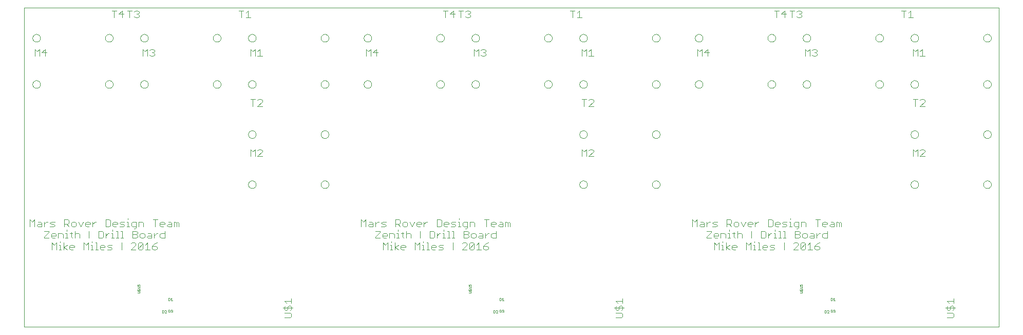
<source format=gto>
G75*
%MOIN*%
%OFA0B0*%
%FSLAX24Y24*%
%IPPOS*%
%LPD*%
%AMOC8*
5,1,8,0,0,1.08239X$1,22.5*
%
%ADD10C,0.0000*%
%ADD11C,0.0040*%
%ADD12C,0.0010*%
D10*
X005176Y004603D02*
X068426Y004603D01*
X068426Y025323D01*
X005176Y025323D01*
X005176Y004603D01*
X019706Y013853D02*
X019708Y013884D01*
X019714Y013915D01*
X019724Y013945D01*
X019737Y013973D01*
X019754Y014000D01*
X019774Y014024D01*
X019797Y014046D01*
X019822Y014064D01*
X019850Y014079D01*
X019879Y014091D01*
X019909Y014099D01*
X019940Y014103D01*
X019972Y014103D01*
X020003Y014099D01*
X020033Y014091D01*
X020062Y014079D01*
X020090Y014064D01*
X020115Y014046D01*
X020138Y014024D01*
X020158Y014000D01*
X020175Y013973D01*
X020188Y013945D01*
X020198Y013915D01*
X020204Y013884D01*
X020206Y013853D01*
X020204Y013822D01*
X020198Y013791D01*
X020188Y013761D01*
X020175Y013733D01*
X020158Y013706D01*
X020138Y013682D01*
X020115Y013660D01*
X020090Y013642D01*
X020062Y013627D01*
X020033Y013615D01*
X020003Y013607D01*
X019972Y013603D01*
X019940Y013603D01*
X019909Y013607D01*
X019879Y013615D01*
X019850Y013627D01*
X019822Y013642D01*
X019797Y013660D01*
X019774Y013682D01*
X019754Y013706D01*
X019737Y013733D01*
X019724Y013761D01*
X019714Y013791D01*
X019708Y013822D01*
X019706Y013853D01*
X024426Y013853D02*
X024428Y013884D01*
X024434Y013915D01*
X024444Y013945D01*
X024457Y013973D01*
X024474Y014000D01*
X024494Y014024D01*
X024517Y014046D01*
X024542Y014064D01*
X024570Y014079D01*
X024599Y014091D01*
X024629Y014099D01*
X024660Y014103D01*
X024692Y014103D01*
X024723Y014099D01*
X024753Y014091D01*
X024782Y014079D01*
X024810Y014064D01*
X024835Y014046D01*
X024858Y014024D01*
X024878Y014000D01*
X024895Y013973D01*
X024908Y013945D01*
X024918Y013915D01*
X024924Y013884D01*
X024926Y013853D01*
X024924Y013822D01*
X024918Y013791D01*
X024908Y013761D01*
X024895Y013733D01*
X024878Y013706D01*
X024858Y013682D01*
X024835Y013660D01*
X024810Y013642D01*
X024782Y013627D01*
X024753Y013615D01*
X024723Y013607D01*
X024692Y013603D01*
X024660Y013603D01*
X024629Y013607D01*
X024599Y013615D01*
X024570Y013627D01*
X024542Y013642D01*
X024517Y013660D01*
X024494Y013682D01*
X024474Y013706D01*
X024457Y013733D01*
X024444Y013761D01*
X024434Y013791D01*
X024428Y013822D01*
X024426Y013853D01*
X024426Y017103D02*
X024428Y017134D01*
X024434Y017165D01*
X024444Y017195D01*
X024457Y017223D01*
X024474Y017250D01*
X024494Y017274D01*
X024517Y017296D01*
X024542Y017314D01*
X024570Y017329D01*
X024599Y017341D01*
X024629Y017349D01*
X024660Y017353D01*
X024692Y017353D01*
X024723Y017349D01*
X024753Y017341D01*
X024782Y017329D01*
X024810Y017314D01*
X024835Y017296D01*
X024858Y017274D01*
X024878Y017250D01*
X024895Y017223D01*
X024908Y017195D01*
X024918Y017165D01*
X024924Y017134D01*
X024926Y017103D01*
X024924Y017072D01*
X024918Y017041D01*
X024908Y017011D01*
X024895Y016983D01*
X024878Y016956D01*
X024858Y016932D01*
X024835Y016910D01*
X024810Y016892D01*
X024782Y016877D01*
X024753Y016865D01*
X024723Y016857D01*
X024692Y016853D01*
X024660Y016853D01*
X024629Y016857D01*
X024599Y016865D01*
X024570Y016877D01*
X024542Y016892D01*
X024517Y016910D01*
X024494Y016932D01*
X024474Y016956D01*
X024457Y016983D01*
X024444Y017011D01*
X024434Y017041D01*
X024428Y017072D01*
X024426Y017103D01*
X019706Y017103D02*
X019708Y017134D01*
X019714Y017165D01*
X019724Y017195D01*
X019737Y017223D01*
X019754Y017250D01*
X019774Y017274D01*
X019797Y017296D01*
X019822Y017314D01*
X019850Y017329D01*
X019879Y017341D01*
X019909Y017349D01*
X019940Y017353D01*
X019972Y017353D01*
X020003Y017349D01*
X020033Y017341D01*
X020062Y017329D01*
X020090Y017314D01*
X020115Y017296D01*
X020138Y017274D01*
X020158Y017250D01*
X020175Y017223D01*
X020188Y017195D01*
X020198Y017165D01*
X020204Y017134D01*
X020206Y017103D01*
X020204Y017072D01*
X020198Y017041D01*
X020188Y017011D01*
X020175Y016983D01*
X020158Y016956D01*
X020138Y016932D01*
X020115Y016910D01*
X020090Y016892D01*
X020062Y016877D01*
X020033Y016865D01*
X020003Y016857D01*
X019972Y016853D01*
X019940Y016853D01*
X019909Y016857D01*
X019879Y016865D01*
X019850Y016877D01*
X019822Y016892D01*
X019797Y016910D01*
X019774Y016932D01*
X019754Y016956D01*
X019737Y016983D01*
X019724Y017011D01*
X019714Y017041D01*
X019708Y017072D01*
X019706Y017103D01*
X019706Y020353D02*
X019708Y020384D01*
X019714Y020415D01*
X019724Y020445D01*
X019737Y020473D01*
X019754Y020500D01*
X019774Y020524D01*
X019797Y020546D01*
X019822Y020564D01*
X019850Y020579D01*
X019879Y020591D01*
X019909Y020599D01*
X019940Y020603D01*
X019972Y020603D01*
X020003Y020599D01*
X020033Y020591D01*
X020062Y020579D01*
X020090Y020564D01*
X020115Y020546D01*
X020138Y020524D01*
X020158Y020500D01*
X020175Y020473D01*
X020188Y020445D01*
X020198Y020415D01*
X020204Y020384D01*
X020206Y020353D01*
X020204Y020322D01*
X020198Y020291D01*
X020188Y020261D01*
X020175Y020233D01*
X020158Y020206D01*
X020138Y020182D01*
X020115Y020160D01*
X020090Y020142D01*
X020062Y020127D01*
X020033Y020115D01*
X020003Y020107D01*
X019972Y020103D01*
X019940Y020103D01*
X019909Y020107D01*
X019879Y020115D01*
X019850Y020127D01*
X019822Y020142D01*
X019797Y020160D01*
X019774Y020182D01*
X019754Y020206D01*
X019737Y020233D01*
X019724Y020261D01*
X019714Y020291D01*
X019708Y020322D01*
X019706Y020353D01*
X017426Y020353D02*
X017428Y020384D01*
X017434Y020415D01*
X017444Y020445D01*
X017457Y020473D01*
X017474Y020500D01*
X017494Y020524D01*
X017517Y020546D01*
X017542Y020564D01*
X017570Y020579D01*
X017599Y020591D01*
X017629Y020599D01*
X017660Y020603D01*
X017692Y020603D01*
X017723Y020599D01*
X017753Y020591D01*
X017782Y020579D01*
X017810Y020564D01*
X017835Y020546D01*
X017858Y020524D01*
X017878Y020500D01*
X017895Y020473D01*
X017908Y020445D01*
X017918Y020415D01*
X017924Y020384D01*
X017926Y020353D01*
X017924Y020322D01*
X017918Y020291D01*
X017908Y020261D01*
X017895Y020233D01*
X017878Y020206D01*
X017858Y020182D01*
X017835Y020160D01*
X017810Y020142D01*
X017782Y020127D01*
X017753Y020115D01*
X017723Y020107D01*
X017692Y020103D01*
X017660Y020103D01*
X017629Y020107D01*
X017599Y020115D01*
X017570Y020127D01*
X017542Y020142D01*
X017517Y020160D01*
X017494Y020182D01*
X017474Y020206D01*
X017457Y020233D01*
X017444Y020261D01*
X017434Y020291D01*
X017428Y020322D01*
X017426Y020353D01*
X012706Y020353D02*
X012708Y020384D01*
X012714Y020415D01*
X012724Y020445D01*
X012737Y020473D01*
X012754Y020500D01*
X012774Y020524D01*
X012797Y020546D01*
X012822Y020564D01*
X012850Y020579D01*
X012879Y020591D01*
X012909Y020599D01*
X012940Y020603D01*
X012972Y020603D01*
X013003Y020599D01*
X013033Y020591D01*
X013062Y020579D01*
X013090Y020564D01*
X013115Y020546D01*
X013138Y020524D01*
X013158Y020500D01*
X013175Y020473D01*
X013188Y020445D01*
X013198Y020415D01*
X013204Y020384D01*
X013206Y020353D01*
X013204Y020322D01*
X013198Y020291D01*
X013188Y020261D01*
X013175Y020233D01*
X013158Y020206D01*
X013138Y020182D01*
X013115Y020160D01*
X013090Y020142D01*
X013062Y020127D01*
X013033Y020115D01*
X013003Y020107D01*
X012972Y020103D01*
X012940Y020103D01*
X012909Y020107D01*
X012879Y020115D01*
X012850Y020127D01*
X012822Y020142D01*
X012797Y020160D01*
X012774Y020182D01*
X012754Y020206D01*
X012737Y020233D01*
X012724Y020261D01*
X012714Y020291D01*
X012708Y020322D01*
X012706Y020353D01*
X010426Y020353D02*
X010428Y020384D01*
X010434Y020415D01*
X010444Y020445D01*
X010457Y020473D01*
X010474Y020500D01*
X010494Y020524D01*
X010517Y020546D01*
X010542Y020564D01*
X010570Y020579D01*
X010599Y020591D01*
X010629Y020599D01*
X010660Y020603D01*
X010692Y020603D01*
X010723Y020599D01*
X010753Y020591D01*
X010782Y020579D01*
X010810Y020564D01*
X010835Y020546D01*
X010858Y020524D01*
X010878Y020500D01*
X010895Y020473D01*
X010908Y020445D01*
X010918Y020415D01*
X010924Y020384D01*
X010926Y020353D01*
X010924Y020322D01*
X010918Y020291D01*
X010908Y020261D01*
X010895Y020233D01*
X010878Y020206D01*
X010858Y020182D01*
X010835Y020160D01*
X010810Y020142D01*
X010782Y020127D01*
X010753Y020115D01*
X010723Y020107D01*
X010692Y020103D01*
X010660Y020103D01*
X010629Y020107D01*
X010599Y020115D01*
X010570Y020127D01*
X010542Y020142D01*
X010517Y020160D01*
X010494Y020182D01*
X010474Y020206D01*
X010457Y020233D01*
X010444Y020261D01*
X010434Y020291D01*
X010428Y020322D01*
X010426Y020353D01*
X005706Y020353D02*
X005708Y020384D01*
X005714Y020415D01*
X005724Y020445D01*
X005737Y020473D01*
X005754Y020500D01*
X005774Y020524D01*
X005797Y020546D01*
X005822Y020564D01*
X005850Y020579D01*
X005879Y020591D01*
X005909Y020599D01*
X005940Y020603D01*
X005972Y020603D01*
X006003Y020599D01*
X006033Y020591D01*
X006062Y020579D01*
X006090Y020564D01*
X006115Y020546D01*
X006138Y020524D01*
X006158Y020500D01*
X006175Y020473D01*
X006188Y020445D01*
X006198Y020415D01*
X006204Y020384D01*
X006206Y020353D01*
X006204Y020322D01*
X006198Y020291D01*
X006188Y020261D01*
X006175Y020233D01*
X006158Y020206D01*
X006138Y020182D01*
X006115Y020160D01*
X006090Y020142D01*
X006062Y020127D01*
X006033Y020115D01*
X006003Y020107D01*
X005972Y020103D01*
X005940Y020103D01*
X005909Y020107D01*
X005879Y020115D01*
X005850Y020127D01*
X005822Y020142D01*
X005797Y020160D01*
X005774Y020182D01*
X005754Y020206D01*
X005737Y020233D01*
X005724Y020261D01*
X005714Y020291D01*
X005708Y020322D01*
X005706Y020353D01*
X005706Y023353D02*
X005708Y023384D01*
X005714Y023415D01*
X005724Y023445D01*
X005737Y023473D01*
X005754Y023500D01*
X005774Y023524D01*
X005797Y023546D01*
X005822Y023564D01*
X005850Y023579D01*
X005879Y023591D01*
X005909Y023599D01*
X005940Y023603D01*
X005972Y023603D01*
X006003Y023599D01*
X006033Y023591D01*
X006062Y023579D01*
X006090Y023564D01*
X006115Y023546D01*
X006138Y023524D01*
X006158Y023500D01*
X006175Y023473D01*
X006188Y023445D01*
X006198Y023415D01*
X006204Y023384D01*
X006206Y023353D01*
X006204Y023322D01*
X006198Y023291D01*
X006188Y023261D01*
X006175Y023233D01*
X006158Y023206D01*
X006138Y023182D01*
X006115Y023160D01*
X006090Y023142D01*
X006062Y023127D01*
X006033Y023115D01*
X006003Y023107D01*
X005972Y023103D01*
X005940Y023103D01*
X005909Y023107D01*
X005879Y023115D01*
X005850Y023127D01*
X005822Y023142D01*
X005797Y023160D01*
X005774Y023182D01*
X005754Y023206D01*
X005737Y023233D01*
X005724Y023261D01*
X005714Y023291D01*
X005708Y023322D01*
X005706Y023353D01*
X010426Y023353D02*
X010428Y023384D01*
X010434Y023415D01*
X010444Y023445D01*
X010457Y023473D01*
X010474Y023500D01*
X010494Y023524D01*
X010517Y023546D01*
X010542Y023564D01*
X010570Y023579D01*
X010599Y023591D01*
X010629Y023599D01*
X010660Y023603D01*
X010692Y023603D01*
X010723Y023599D01*
X010753Y023591D01*
X010782Y023579D01*
X010810Y023564D01*
X010835Y023546D01*
X010858Y023524D01*
X010878Y023500D01*
X010895Y023473D01*
X010908Y023445D01*
X010918Y023415D01*
X010924Y023384D01*
X010926Y023353D01*
X010924Y023322D01*
X010918Y023291D01*
X010908Y023261D01*
X010895Y023233D01*
X010878Y023206D01*
X010858Y023182D01*
X010835Y023160D01*
X010810Y023142D01*
X010782Y023127D01*
X010753Y023115D01*
X010723Y023107D01*
X010692Y023103D01*
X010660Y023103D01*
X010629Y023107D01*
X010599Y023115D01*
X010570Y023127D01*
X010542Y023142D01*
X010517Y023160D01*
X010494Y023182D01*
X010474Y023206D01*
X010457Y023233D01*
X010444Y023261D01*
X010434Y023291D01*
X010428Y023322D01*
X010426Y023353D01*
X012706Y023353D02*
X012708Y023384D01*
X012714Y023415D01*
X012724Y023445D01*
X012737Y023473D01*
X012754Y023500D01*
X012774Y023524D01*
X012797Y023546D01*
X012822Y023564D01*
X012850Y023579D01*
X012879Y023591D01*
X012909Y023599D01*
X012940Y023603D01*
X012972Y023603D01*
X013003Y023599D01*
X013033Y023591D01*
X013062Y023579D01*
X013090Y023564D01*
X013115Y023546D01*
X013138Y023524D01*
X013158Y023500D01*
X013175Y023473D01*
X013188Y023445D01*
X013198Y023415D01*
X013204Y023384D01*
X013206Y023353D01*
X013204Y023322D01*
X013198Y023291D01*
X013188Y023261D01*
X013175Y023233D01*
X013158Y023206D01*
X013138Y023182D01*
X013115Y023160D01*
X013090Y023142D01*
X013062Y023127D01*
X013033Y023115D01*
X013003Y023107D01*
X012972Y023103D01*
X012940Y023103D01*
X012909Y023107D01*
X012879Y023115D01*
X012850Y023127D01*
X012822Y023142D01*
X012797Y023160D01*
X012774Y023182D01*
X012754Y023206D01*
X012737Y023233D01*
X012724Y023261D01*
X012714Y023291D01*
X012708Y023322D01*
X012706Y023353D01*
X017426Y023353D02*
X017428Y023384D01*
X017434Y023415D01*
X017444Y023445D01*
X017457Y023473D01*
X017474Y023500D01*
X017494Y023524D01*
X017517Y023546D01*
X017542Y023564D01*
X017570Y023579D01*
X017599Y023591D01*
X017629Y023599D01*
X017660Y023603D01*
X017692Y023603D01*
X017723Y023599D01*
X017753Y023591D01*
X017782Y023579D01*
X017810Y023564D01*
X017835Y023546D01*
X017858Y023524D01*
X017878Y023500D01*
X017895Y023473D01*
X017908Y023445D01*
X017918Y023415D01*
X017924Y023384D01*
X017926Y023353D01*
X017924Y023322D01*
X017918Y023291D01*
X017908Y023261D01*
X017895Y023233D01*
X017878Y023206D01*
X017858Y023182D01*
X017835Y023160D01*
X017810Y023142D01*
X017782Y023127D01*
X017753Y023115D01*
X017723Y023107D01*
X017692Y023103D01*
X017660Y023103D01*
X017629Y023107D01*
X017599Y023115D01*
X017570Y023127D01*
X017542Y023142D01*
X017517Y023160D01*
X017494Y023182D01*
X017474Y023206D01*
X017457Y023233D01*
X017444Y023261D01*
X017434Y023291D01*
X017428Y023322D01*
X017426Y023353D01*
X019706Y023353D02*
X019708Y023384D01*
X019714Y023415D01*
X019724Y023445D01*
X019737Y023473D01*
X019754Y023500D01*
X019774Y023524D01*
X019797Y023546D01*
X019822Y023564D01*
X019850Y023579D01*
X019879Y023591D01*
X019909Y023599D01*
X019940Y023603D01*
X019972Y023603D01*
X020003Y023599D01*
X020033Y023591D01*
X020062Y023579D01*
X020090Y023564D01*
X020115Y023546D01*
X020138Y023524D01*
X020158Y023500D01*
X020175Y023473D01*
X020188Y023445D01*
X020198Y023415D01*
X020204Y023384D01*
X020206Y023353D01*
X020204Y023322D01*
X020198Y023291D01*
X020188Y023261D01*
X020175Y023233D01*
X020158Y023206D01*
X020138Y023182D01*
X020115Y023160D01*
X020090Y023142D01*
X020062Y023127D01*
X020033Y023115D01*
X020003Y023107D01*
X019972Y023103D01*
X019940Y023103D01*
X019909Y023107D01*
X019879Y023115D01*
X019850Y023127D01*
X019822Y023142D01*
X019797Y023160D01*
X019774Y023182D01*
X019754Y023206D01*
X019737Y023233D01*
X019724Y023261D01*
X019714Y023291D01*
X019708Y023322D01*
X019706Y023353D01*
X024426Y023353D02*
X024428Y023384D01*
X024434Y023415D01*
X024444Y023445D01*
X024457Y023473D01*
X024474Y023500D01*
X024494Y023524D01*
X024517Y023546D01*
X024542Y023564D01*
X024570Y023579D01*
X024599Y023591D01*
X024629Y023599D01*
X024660Y023603D01*
X024692Y023603D01*
X024723Y023599D01*
X024753Y023591D01*
X024782Y023579D01*
X024810Y023564D01*
X024835Y023546D01*
X024858Y023524D01*
X024878Y023500D01*
X024895Y023473D01*
X024908Y023445D01*
X024918Y023415D01*
X024924Y023384D01*
X024926Y023353D01*
X024924Y023322D01*
X024918Y023291D01*
X024908Y023261D01*
X024895Y023233D01*
X024878Y023206D01*
X024858Y023182D01*
X024835Y023160D01*
X024810Y023142D01*
X024782Y023127D01*
X024753Y023115D01*
X024723Y023107D01*
X024692Y023103D01*
X024660Y023103D01*
X024629Y023107D01*
X024599Y023115D01*
X024570Y023127D01*
X024542Y023142D01*
X024517Y023160D01*
X024494Y023182D01*
X024474Y023206D01*
X024457Y023233D01*
X024444Y023261D01*
X024434Y023291D01*
X024428Y023322D01*
X024426Y023353D01*
X027206Y023353D02*
X027208Y023384D01*
X027214Y023415D01*
X027224Y023445D01*
X027237Y023473D01*
X027254Y023500D01*
X027274Y023524D01*
X027297Y023546D01*
X027322Y023564D01*
X027350Y023579D01*
X027379Y023591D01*
X027409Y023599D01*
X027440Y023603D01*
X027472Y023603D01*
X027503Y023599D01*
X027533Y023591D01*
X027562Y023579D01*
X027590Y023564D01*
X027615Y023546D01*
X027638Y023524D01*
X027658Y023500D01*
X027675Y023473D01*
X027688Y023445D01*
X027698Y023415D01*
X027704Y023384D01*
X027706Y023353D01*
X027704Y023322D01*
X027698Y023291D01*
X027688Y023261D01*
X027675Y023233D01*
X027658Y023206D01*
X027638Y023182D01*
X027615Y023160D01*
X027590Y023142D01*
X027562Y023127D01*
X027533Y023115D01*
X027503Y023107D01*
X027472Y023103D01*
X027440Y023103D01*
X027409Y023107D01*
X027379Y023115D01*
X027350Y023127D01*
X027322Y023142D01*
X027297Y023160D01*
X027274Y023182D01*
X027254Y023206D01*
X027237Y023233D01*
X027224Y023261D01*
X027214Y023291D01*
X027208Y023322D01*
X027206Y023353D01*
X031926Y023353D02*
X031928Y023384D01*
X031934Y023415D01*
X031944Y023445D01*
X031957Y023473D01*
X031974Y023500D01*
X031994Y023524D01*
X032017Y023546D01*
X032042Y023564D01*
X032070Y023579D01*
X032099Y023591D01*
X032129Y023599D01*
X032160Y023603D01*
X032192Y023603D01*
X032223Y023599D01*
X032253Y023591D01*
X032282Y023579D01*
X032310Y023564D01*
X032335Y023546D01*
X032358Y023524D01*
X032378Y023500D01*
X032395Y023473D01*
X032408Y023445D01*
X032418Y023415D01*
X032424Y023384D01*
X032426Y023353D01*
X032424Y023322D01*
X032418Y023291D01*
X032408Y023261D01*
X032395Y023233D01*
X032378Y023206D01*
X032358Y023182D01*
X032335Y023160D01*
X032310Y023142D01*
X032282Y023127D01*
X032253Y023115D01*
X032223Y023107D01*
X032192Y023103D01*
X032160Y023103D01*
X032129Y023107D01*
X032099Y023115D01*
X032070Y023127D01*
X032042Y023142D01*
X032017Y023160D01*
X031994Y023182D01*
X031974Y023206D01*
X031957Y023233D01*
X031944Y023261D01*
X031934Y023291D01*
X031928Y023322D01*
X031926Y023353D01*
X034206Y023353D02*
X034208Y023384D01*
X034214Y023415D01*
X034224Y023445D01*
X034237Y023473D01*
X034254Y023500D01*
X034274Y023524D01*
X034297Y023546D01*
X034322Y023564D01*
X034350Y023579D01*
X034379Y023591D01*
X034409Y023599D01*
X034440Y023603D01*
X034472Y023603D01*
X034503Y023599D01*
X034533Y023591D01*
X034562Y023579D01*
X034590Y023564D01*
X034615Y023546D01*
X034638Y023524D01*
X034658Y023500D01*
X034675Y023473D01*
X034688Y023445D01*
X034698Y023415D01*
X034704Y023384D01*
X034706Y023353D01*
X034704Y023322D01*
X034698Y023291D01*
X034688Y023261D01*
X034675Y023233D01*
X034658Y023206D01*
X034638Y023182D01*
X034615Y023160D01*
X034590Y023142D01*
X034562Y023127D01*
X034533Y023115D01*
X034503Y023107D01*
X034472Y023103D01*
X034440Y023103D01*
X034409Y023107D01*
X034379Y023115D01*
X034350Y023127D01*
X034322Y023142D01*
X034297Y023160D01*
X034274Y023182D01*
X034254Y023206D01*
X034237Y023233D01*
X034224Y023261D01*
X034214Y023291D01*
X034208Y023322D01*
X034206Y023353D01*
X038926Y023353D02*
X038928Y023384D01*
X038934Y023415D01*
X038944Y023445D01*
X038957Y023473D01*
X038974Y023500D01*
X038994Y023524D01*
X039017Y023546D01*
X039042Y023564D01*
X039070Y023579D01*
X039099Y023591D01*
X039129Y023599D01*
X039160Y023603D01*
X039192Y023603D01*
X039223Y023599D01*
X039253Y023591D01*
X039282Y023579D01*
X039310Y023564D01*
X039335Y023546D01*
X039358Y023524D01*
X039378Y023500D01*
X039395Y023473D01*
X039408Y023445D01*
X039418Y023415D01*
X039424Y023384D01*
X039426Y023353D01*
X039424Y023322D01*
X039418Y023291D01*
X039408Y023261D01*
X039395Y023233D01*
X039378Y023206D01*
X039358Y023182D01*
X039335Y023160D01*
X039310Y023142D01*
X039282Y023127D01*
X039253Y023115D01*
X039223Y023107D01*
X039192Y023103D01*
X039160Y023103D01*
X039129Y023107D01*
X039099Y023115D01*
X039070Y023127D01*
X039042Y023142D01*
X039017Y023160D01*
X038994Y023182D01*
X038974Y023206D01*
X038957Y023233D01*
X038944Y023261D01*
X038934Y023291D01*
X038928Y023322D01*
X038926Y023353D01*
X041206Y023353D02*
X041208Y023384D01*
X041214Y023415D01*
X041224Y023445D01*
X041237Y023473D01*
X041254Y023500D01*
X041274Y023524D01*
X041297Y023546D01*
X041322Y023564D01*
X041350Y023579D01*
X041379Y023591D01*
X041409Y023599D01*
X041440Y023603D01*
X041472Y023603D01*
X041503Y023599D01*
X041533Y023591D01*
X041562Y023579D01*
X041590Y023564D01*
X041615Y023546D01*
X041638Y023524D01*
X041658Y023500D01*
X041675Y023473D01*
X041688Y023445D01*
X041698Y023415D01*
X041704Y023384D01*
X041706Y023353D01*
X041704Y023322D01*
X041698Y023291D01*
X041688Y023261D01*
X041675Y023233D01*
X041658Y023206D01*
X041638Y023182D01*
X041615Y023160D01*
X041590Y023142D01*
X041562Y023127D01*
X041533Y023115D01*
X041503Y023107D01*
X041472Y023103D01*
X041440Y023103D01*
X041409Y023107D01*
X041379Y023115D01*
X041350Y023127D01*
X041322Y023142D01*
X041297Y023160D01*
X041274Y023182D01*
X041254Y023206D01*
X041237Y023233D01*
X041224Y023261D01*
X041214Y023291D01*
X041208Y023322D01*
X041206Y023353D01*
X045926Y023353D02*
X045928Y023384D01*
X045934Y023415D01*
X045944Y023445D01*
X045957Y023473D01*
X045974Y023500D01*
X045994Y023524D01*
X046017Y023546D01*
X046042Y023564D01*
X046070Y023579D01*
X046099Y023591D01*
X046129Y023599D01*
X046160Y023603D01*
X046192Y023603D01*
X046223Y023599D01*
X046253Y023591D01*
X046282Y023579D01*
X046310Y023564D01*
X046335Y023546D01*
X046358Y023524D01*
X046378Y023500D01*
X046395Y023473D01*
X046408Y023445D01*
X046418Y023415D01*
X046424Y023384D01*
X046426Y023353D01*
X046424Y023322D01*
X046418Y023291D01*
X046408Y023261D01*
X046395Y023233D01*
X046378Y023206D01*
X046358Y023182D01*
X046335Y023160D01*
X046310Y023142D01*
X046282Y023127D01*
X046253Y023115D01*
X046223Y023107D01*
X046192Y023103D01*
X046160Y023103D01*
X046129Y023107D01*
X046099Y023115D01*
X046070Y023127D01*
X046042Y023142D01*
X046017Y023160D01*
X045994Y023182D01*
X045974Y023206D01*
X045957Y023233D01*
X045944Y023261D01*
X045934Y023291D01*
X045928Y023322D01*
X045926Y023353D01*
X048706Y023353D02*
X048708Y023384D01*
X048714Y023415D01*
X048724Y023445D01*
X048737Y023473D01*
X048754Y023500D01*
X048774Y023524D01*
X048797Y023546D01*
X048822Y023564D01*
X048850Y023579D01*
X048879Y023591D01*
X048909Y023599D01*
X048940Y023603D01*
X048972Y023603D01*
X049003Y023599D01*
X049033Y023591D01*
X049062Y023579D01*
X049090Y023564D01*
X049115Y023546D01*
X049138Y023524D01*
X049158Y023500D01*
X049175Y023473D01*
X049188Y023445D01*
X049198Y023415D01*
X049204Y023384D01*
X049206Y023353D01*
X049204Y023322D01*
X049198Y023291D01*
X049188Y023261D01*
X049175Y023233D01*
X049158Y023206D01*
X049138Y023182D01*
X049115Y023160D01*
X049090Y023142D01*
X049062Y023127D01*
X049033Y023115D01*
X049003Y023107D01*
X048972Y023103D01*
X048940Y023103D01*
X048909Y023107D01*
X048879Y023115D01*
X048850Y023127D01*
X048822Y023142D01*
X048797Y023160D01*
X048774Y023182D01*
X048754Y023206D01*
X048737Y023233D01*
X048724Y023261D01*
X048714Y023291D01*
X048708Y023322D01*
X048706Y023353D01*
X053426Y023353D02*
X053428Y023384D01*
X053434Y023415D01*
X053444Y023445D01*
X053457Y023473D01*
X053474Y023500D01*
X053494Y023524D01*
X053517Y023546D01*
X053542Y023564D01*
X053570Y023579D01*
X053599Y023591D01*
X053629Y023599D01*
X053660Y023603D01*
X053692Y023603D01*
X053723Y023599D01*
X053753Y023591D01*
X053782Y023579D01*
X053810Y023564D01*
X053835Y023546D01*
X053858Y023524D01*
X053878Y023500D01*
X053895Y023473D01*
X053908Y023445D01*
X053918Y023415D01*
X053924Y023384D01*
X053926Y023353D01*
X053924Y023322D01*
X053918Y023291D01*
X053908Y023261D01*
X053895Y023233D01*
X053878Y023206D01*
X053858Y023182D01*
X053835Y023160D01*
X053810Y023142D01*
X053782Y023127D01*
X053753Y023115D01*
X053723Y023107D01*
X053692Y023103D01*
X053660Y023103D01*
X053629Y023107D01*
X053599Y023115D01*
X053570Y023127D01*
X053542Y023142D01*
X053517Y023160D01*
X053494Y023182D01*
X053474Y023206D01*
X053457Y023233D01*
X053444Y023261D01*
X053434Y023291D01*
X053428Y023322D01*
X053426Y023353D01*
X055706Y023353D02*
X055708Y023384D01*
X055714Y023415D01*
X055724Y023445D01*
X055737Y023473D01*
X055754Y023500D01*
X055774Y023524D01*
X055797Y023546D01*
X055822Y023564D01*
X055850Y023579D01*
X055879Y023591D01*
X055909Y023599D01*
X055940Y023603D01*
X055972Y023603D01*
X056003Y023599D01*
X056033Y023591D01*
X056062Y023579D01*
X056090Y023564D01*
X056115Y023546D01*
X056138Y023524D01*
X056158Y023500D01*
X056175Y023473D01*
X056188Y023445D01*
X056198Y023415D01*
X056204Y023384D01*
X056206Y023353D01*
X056204Y023322D01*
X056198Y023291D01*
X056188Y023261D01*
X056175Y023233D01*
X056158Y023206D01*
X056138Y023182D01*
X056115Y023160D01*
X056090Y023142D01*
X056062Y023127D01*
X056033Y023115D01*
X056003Y023107D01*
X055972Y023103D01*
X055940Y023103D01*
X055909Y023107D01*
X055879Y023115D01*
X055850Y023127D01*
X055822Y023142D01*
X055797Y023160D01*
X055774Y023182D01*
X055754Y023206D01*
X055737Y023233D01*
X055724Y023261D01*
X055714Y023291D01*
X055708Y023322D01*
X055706Y023353D01*
X060426Y023353D02*
X060428Y023384D01*
X060434Y023415D01*
X060444Y023445D01*
X060457Y023473D01*
X060474Y023500D01*
X060494Y023524D01*
X060517Y023546D01*
X060542Y023564D01*
X060570Y023579D01*
X060599Y023591D01*
X060629Y023599D01*
X060660Y023603D01*
X060692Y023603D01*
X060723Y023599D01*
X060753Y023591D01*
X060782Y023579D01*
X060810Y023564D01*
X060835Y023546D01*
X060858Y023524D01*
X060878Y023500D01*
X060895Y023473D01*
X060908Y023445D01*
X060918Y023415D01*
X060924Y023384D01*
X060926Y023353D01*
X060924Y023322D01*
X060918Y023291D01*
X060908Y023261D01*
X060895Y023233D01*
X060878Y023206D01*
X060858Y023182D01*
X060835Y023160D01*
X060810Y023142D01*
X060782Y023127D01*
X060753Y023115D01*
X060723Y023107D01*
X060692Y023103D01*
X060660Y023103D01*
X060629Y023107D01*
X060599Y023115D01*
X060570Y023127D01*
X060542Y023142D01*
X060517Y023160D01*
X060494Y023182D01*
X060474Y023206D01*
X060457Y023233D01*
X060444Y023261D01*
X060434Y023291D01*
X060428Y023322D01*
X060426Y023353D01*
X062706Y023353D02*
X062708Y023384D01*
X062714Y023415D01*
X062724Y023445D01*
X062737Y023473D01*
X062754Y023500D01*
X062774Y023524D01*
X062797Y023546D01*
X062822Y023564D01*
X062850Y023579D01*
X062879Y023591D01*
X062909Y023599D01*
X062940Y023603D01*
X062972Y023603D01*
X063003Y023599D01*
X063033Y023591D01*
X063062Y023579D01*
X063090Y023564D01*
X063115Y023546D01*
X063138Y023524D01*
X063158Y023500D01*
X063175Y023473D01*
X063188Y023445D01*
X063198Y023415D01*
X063204Y023384D01*
X063206Y023353D01*
X063204Y023322D01*
X063198Y023291D01*
X063188Y023261D01*
X063175Y023233D01*
X063158Y023206D01*
X063138Y023182D01*
X063115Y023160D01*
X063090Y023142D01*
X063062Y023127D01*
X063033Y023115D01*
X063003Y023107D01*
X062972Y023103D01*
X062940Y023103D01*
X062909Y023107D01*
X062879Y023115D01*
X062850Y023127D01*
X062822Y023142D01*
X062797Y023160D01*
X062774Y023182D01*
X062754Y023206D01*
X062737Y023233D01*
X062724Y023261D01*
X062714Y023291D01*
X062708Y023322D01*
X062706Y023353D01*
X067426Y023353D02*
X067428Y023384D01*
X067434Y023415D01*
X067444Y023445D01*
X067457Y023473D01*
X067474Y023500D01*
X067494Y023524D01*
X067517Y023546D01*
X067542Y023564D01*
X067570Y023579D01*
X067599Y023591D01*
X067629Y023599D01*
X067660Y023603D01*
X067692Y023603D01*
X067723Y023599D01*
X067753Y023591D01*
X067782Y023579D01*
X067810Y023564D01*
X067835Y023546D01*
X067858Y023524D01*
X067878Y023500D01*
X067895Y023473D01*
X067908Y023445D01*
X067918Y023415D01*
X067924Y023384D01*
X067926Y023353D01*
X067924Y023322D01*
X067918Y023291D01*
X067908Y023261D01*
X067895Y023233D01*
X067878Y023206D01*
X067858Y023182D01*
X067835Y023160D01*
X067810Y023142D01*
X067782Y023127D01*
X067753Y023115D01*
X067723Y023107D01*
X067692Y023103D01*
X067660Y023103D01*
X067629Y023107D01*
X067599Y023115D01*
X067570Y023127D01*
X067542Y023142D01*
X067517Y023160D01*
X067494Y023182D01*
X067474Y023206D01*
X067457Y023233D01*
X067444Y023261D01*
X067434Y023291D01*
X067428Y023322D01*
X067426Y023353D01*
X067426Y020353D02*
X067428Y020384D01*
X067434Y020415D01*
X067444Y020445D01*
X067457Y020473D01*
X067474Y020500D01*
X067494Y020524D01*
X067517Y020546D01*
X067542Y020564D01*
X067570Y020579D01*
X067599Y020591D01*
X067629Y020599D01*
X067660Y020603D01*
X067692Y020603D01*
X067723Y020599D01*
X067753Y020591D01*
X067782Y020579D01*
X067810Y020564D01*
X067835Y020546D01*
X067858Y020524D01*
X067878Y020500D01*
X067895Y020473D01*
X067908Y020445D01*
X067918Y020415D01*
X067924Y020384D01*
X067926Y020353D01*
X067924Y020322D01*
X067918Y020291D01*
X067908Y020261D01*
X067895Y020233D01*
X067878Y020206D01*
X067858Y020182D01*
X067835Y020160D01*
X067810Y020142D01*
X067782Y020127D01*
X067753Y020115D01*
X067723Y020107D01*
X067692Y020103D01*
X067660Y020103D01*
X067629Y020107D01*
X067599Y020115D01*
X067570Y020127D01*
X067542Y020142D01*
X067517Y020160D01*
X067494Y020182D01*
X067474Y020206D01*
X067457Y020233D01*
X067444Y020261D01*
X067434Y020291D01*
X067428Y020322D01*
X067426Y020353D01*
X062706Y020353D02*
X062708Y020384D01*
X062714Y020415D01*
X062724Y020445D01*
X062737Y020473D01*
X062754Y020500D01*
X062774Y020524D01*
X062797Y020546D01*
X062822Y020564D01*
X062850Y020579D01*
X062879Y020591D01*
X062909Y020599D01*
X062940Y020603D01*
X062972Y020603D01*
X063003Y020599D01*
X063033Y020591D01*
X063062Y020579D01*
X063090Y020564D01*
X063115Y020546D01*
X063138Y020524D01*
X063158Y020500D01*
X063175Y020473D01*
X063188Y020445D01*
X063198Y020415D01*
X063204Y020384D01*
X063206Y020353D01*
X063204Y020322D01*
X063198Y020291D01*
X063188Y020261D01*
X063175Y020233D01*
X063158Y020206D01*
X063138Y020182D01*
X063115Y020160D01*
X063090Y020142D01*
X063062Y020127D01*
X063033Y020115D01*
X063003Y020107D01*
X062972Y020103D01*
X062940Y020103D01*
X062909Y020107D01*
X062879Y020115D01*
X062850Y020127D01*
X062822Y020142D01*
X062797Y020160D01*
X062774Y020182D01*
X062754Y020206D01*
X062737Y020233D01*
X062724Y020261D01*
X062714Y020291D01*
X062708Y020322D01*
X062706Y020353D01*
X060426Y020353D02*
X060428Y020384D01*
X060434Y020415D01*
X060444Y020445D01*
X060457Y020473D01*
X060474Y020500D01*
X060494Y020524D01*
X060517Y020546D01*
X060542Y020564D01*
X060570Y020579D01*
X060599Y020591D01*
X060629Y020599D01*
X060660Y020603D01*
X060692Y020603D01*
X060723Y020599D01*
X060753Y020591D01*
X060782Y020579D01*
X060810Y020564D01*
X060835Y020546D01*
X060858Y020524D01*
X060878Y020500D01*
X060895Y020473D01*
X060908Y020445D01*
X060918Y020415D01*
X060924Y020384D01*
X060926Y020353D01*
X060924Y020322D01*
X060918Y020291D01*
X060908Y020261D01*
X060895Y020233D01*
X060878Y020206D01*
X060858Y020182D01*
X060835Y020160D01*
X060810Y020142D01*
X060782Y020127D01*
X060753Y020115D01*
X060723Y020107D01*
X060692Y020103D01*
X060660Y020103D01*
X060629Y020107D01*
X060599Y020115D01*
X060570Y020127D01*
X060542Y020142D01*
X060517Y020160D01*
X060494Y020182D01*
X060474Y020206D01*
X060457Y020233D01*
X060444Y020261D01*
X060434Y020291D01*
X060428Y020322D01*
X060426Y020353D01*
X055706Y020353D02*
X055708Y020384D01*
X055714Y020415D01*
X055724Y020445D01*
X055737Y020473D01*
X055754Y020500D01*
X055774Y020524D01*
X055797Y020546D01*
X055822Y020564D01*
X055850Y020579D01*
X055879Y020591D01*
X055909Y020599D01*
X055940Y020603D01*
X055972Y020603D01*
X056003Y020599D01*
X056033Y020591D01*
X056062Y020579D01*
X056090Y020564D01*
X056115Y020546D01*
X056138Y020524D01*
X056158Y020500D01*
X056175Y020473D01*
X056188Y020445D01*
X056198Y020415D01*
X056204Y020384D01*
X056206Y020353D01*
X056204Y020322D01*
X056198Y020291D01*
X056188Y020261D01*
X056175Y020233D01*
X056158Y020206D01*
X056138Y020182D01*
X056115Y020160D01*
X056090Y020142D01*
X056062Y020127D01*
X056033Y020115D01*
X056003Y020107D01*
X055972Y020103D01*
X055940Y020103D01*
X055909Y020107D01*
X055879Y020115D01*
X055850Y020127D01*
X055822Y020142D01*
X055797Y020160D01*
X055774Y020182D01*
X055754Y020206D01*
X055737Y020233D01*
X055724Y020261D01*
X055714Y020291D01*
X055708Y020322D01*
X055706Y020353D01*
X053426Y020353D02*
X053428Y020384D01*
X053434Y020415D01*
X053444Y020445D01*
X053457Y020473D01*
X053474Y020500D01*
X053494Y020524D01*
X053517Y020546D01*
X053542Y020564D01*
X053570Y020579D01*
X053599Y020591D01*
X053629Y020599D01*
X053660Y020603D01*
X053692Y020603D01*
X053723Y020599D01*
X053753Y020591D01*
X053782Y020579D01*
X053810Y020564D01*
X053835Y020546D01*
X053858Y020524D01*
X053878Y020500D01*
X053895Y020473D01*
X053908Y020445D01*
X053918Y020415D01*
X053924Y020384D01*
X053926Y020353D01*
X053924Y020322D01*
X053918Y020291D01*
X053908Y020261D01*
X053895Y020233D01*
X053878Y020206D01*
X053858Y020182D01*
X053835Y020160D01*
X053810Y020142D01*
X053782Y020127D01*
X053753Y020115D01*
X053723Y020107D01*
X053692Y020103D01*
X053660Y020103D01*
X053629Y020107D01*
X053599Y020115D01*
X053570Y020127D01*
X053542Y020142D01*
X053517Y020160D01*
X053494Y020182D01*
X053474Y020206D01*
X053457Y020233D01*
X053444Y020261D01*
X053434Y020291D01*
X053428Y020322D01*
X053426Y020353D01*
X048706Y020353D02*
X048708Y020384D01*
X048714Y020415D01*
X048724Y020445D01*
X048737Y020473D01*
X048754Y020500D01*
X048774Y020524D01*
X048797Y020546D01*
X048822Y020564D01*
X048850Y020579D01*
X048879Y020591D01*
X048909Y020599D01*
X048940Y020603D01*
X048972Y020603D01*
X049003Y020599D01*
X049033Y020591D01*
X049062Y020579D01*
X049090Y020564D01*
X049115Y020546D01*
X049138Y020524D01*
X049158Y020500D01*
X049175Y020473D01*
X049188Y020445D01*
X049198Y020415D01*
X049204Y020384D01*
X049206Y020353D01*
X049204Y020322D01*
X049198Y020291D01*
X049188Y020261D01*
X049175Y020233D01*
X049158Y020206D01*
X049138Y020182D01*
X049115Y020160D01*
X049090Y020142D01*
X049062Y020127D01*
X049033Y020115D01*
X049003Y020107D01*
X048972Y020103D01*
X048940Y020103D01*
X048909Y020107D01*
X048879Y020115D01*
X048850Y020127D01*
X048822Y020142D01*
X048797Y020160D01*
X048774Y020182D01*
X048754Y020206D01*
X048737Y020233D01*
X048724Y020261D01*
X048714Y020291D01*
X048708Y020322D01*
X048706Y020353D01*
X045926Y020353D02*
X045928Y020384D01*
X045934Y020415D01*
X045944Y020445D01*
X045957Y020473D01*
X045974Y020500D01*
X045994Y020524D01*
X046017Y020546D01*
X046042Y020564D01*
X046070Y020579D01*
X046099Y020591D01*
X046129Y020599D01*
X046160Y020603D01*
X046192Y020603D01*
X046223Y020599D01*
X046253Y020591D01*
X046282Y020579D01*
X046310Y020564D01*
X046335Y020546D01*
X046358Y020524D01*
X046378Y020500D01*
X046395Y020473D01*
X046408Y020445D01*
X046418Y020415D01*
X046424Y020384D01*
X046426Y020353D01*
X046424Y020322D01*
X046418Y020291D01*
X046408Y020261D01*
X046395Y020233D01*
X046378Y020206D01*
X046358Y020182D01*
X046335Y020160D01*
X046310Y020142D01*
X046282Y020127D01*
X046253Y020115D01*
X046223Y020107D01*
X046192Y020103D01*
X046160Y020103D01*
X046129Y020107D01*
X046099Y020115D01*
X046070Y020127D01*
X046042Y020142D01*
X046017Y020160D01*
X045994Y020182D01*
X045974Y020206D01*
X045957Y020233D01*
X045944Y020261D01*
X045934Y020291D01*
X045928Y020322D01*
X045926Y020353D01*
X041206Y020353D02*
X041208Y020384D01*
X041214Y020415D01*
X041224Y020445D01*
X041237Y020473D01*
X041254Y020500D01*
X041274Y020524D01*
X041297Y020546D01*
X041322Y020564D01*
X041350Y020579D01*
X041379Y020591D01*
X041409Y020599D01*
X041440Y020603D01*
X041472Y020603D01*
X041503Y020599D01*
X041533Y020591D01*
X041562Y020579D01*
X041590Y020564D01*
X041615Y020546D01*
X041638Y020524D01*
X041658Y020500D01*
X041675Y020473D01*
X041688Y020445D01*
X041698Y020415D01*
X041704Y020384D01*
X041706Y020353D01*
X041704Y020322D01*
X041698Y020291D01*
X041688Y020261D01*
X041675Y020233D01*
X041658Y020206D01*
X041638Y020182D01*
X041615Y020160D01*
X041590Y020142D01*
X041562Y020127D01*
X041533Y020115D01*
X041503Y020107D01*
X041472Y020103D01*
X041440Y020103D01*
X041409Y020107D01*
X041379Y020115D01*
X041350Y020127D01*
X041322Y020142D01*
X041297Y020160D01*
X041274Y020182D01*
X041254Y020206D01*
X041237Y020233D01*
X041224Y020261D01*
X041214Y020291D01*
X041208Y020322D01*
X041206Y020353D01*
X038926Y020353D02*
X038928Y020384D01*
X038934Y020415D01*
X038944Y020445D01*
X038957Y020473D01*
X038974Y020500D01*
X038994Y020524D01*
X039017Y020546D01*
X039042Y020564D01*
X039070Y020579D01*
X039099Y020591D01*
X039129Y020599D01*
X039160Y020603D01*
X039192Y020603D01*
X039223Y020599D01*
X039253Y020591D01*
X039282Y020579D01*
X039310Y020564D01*
X039335Y020546D01*
X039358Y020524D01*
X039378Y020500D01*
X039395Y020473D01*
X039408Y020445D01*
X039418Y020415D01*
X039424Y020384D01*
X039426Y020353D01*
X039424Y020322D01*
X039418Y020291D01*
X039408Y020261D01*
X039395Y020233D01*
X039378Y020206D01*
X039358Y020182D01*
X039335Y020160D01*
X039310Y020142D01*
X039282Y020127D01*
X039253Y020115D01*
X039223Y020107D01*
X039192Y020103D01*
X039160Y020103D01*
X039129Y020107D01*
X039099Y020115D01*
X039070Y020127D01*
X039042Y020142D01*
X039017Y020160D01*
X038994Y020182D01*
X038974Y020206D01*
X038957Y020233D01*
X038944Y020261D01*
X038934Y020291D01*
X038928Y020322D01*
X038926Y020353D01*
X034206Y020353D02*
X034208Y020384D01*
X034214Y020415D01*
X034224Y020445D01*
X034237Y020473D01*
X034254Y020500D01*
X034274Y020524D01*
X034297Y020546D01*
X034322Y020564D01*
X034350Y020579D01*
X034379Y020591D01*
X034409Y020599D01*
X034440Y020603D01*
X034472Y020603D01*
X034503Y020599D01*
X034533Y020591D01*
X034562Y020579D01*
X034590Y020564D01*
X034615Y020546D01*
X034638Y020524D01*
X034658Y020500D01*
X034675Y020473D01*
X034688Y020445D01*
X034698Y020415D01*
X034704Y020384D01*
X034706Y020353D01*
X034704Y020322D01*
X034698Y020291D01*
X034688Y020261D01*
X034675Y020233D01*
X034658Y020206D01*
X034638Y020182D01*
X034615Y020160D01*
X034590Y020142D01*
X034562Y020127D01*
X034533Y020115D01*
X034503Y020107D01*
X034472Y020103D01*
X034440Y020103D01*
X034409Y020107D01*
X034379Y020115D01*
X034350Y020127D01*
X034322Y020142D01*
X034297Y020160D01*
X034274Y020182D01*
X034254Y020206D01*
X034237Y020233D01*
X034224Y020261D01*
X034214Y020291D01*
X034208Y020322D01*
X034206Y020353D01*
X031926Y020353D02*
X031928Y020384D01*
X031934Y020415D01*
X031944Y020445D01*
X031957Y020473D01*
X031974Y020500D01*
X031994Y020524D01*
X032017Y020546D01*
X032042Y020564D01*
X032070Y020579D01*
X032099Y020591D01*
X032129Y020599D01*
X032160Y020603D01*
X032192Y020603D01*
X032223Y020599D01*
X032253Y020591D01*
X032282Y020579D01*
X032310Y020564D01*
X032335Y020546D01*
X032358Y020524D01*
X032378Y020500D01*
X032395Y020473D01*
X032408Y020445D01*
X032418Y020415D01*
X032424Y020384D01*
X032426Y020353D01*
X032424Y020322D01*
X032418Y020291D01*
X032408Y020261D01*
X032395Y020233D01*
X032378Y020206D01*
X032358Y020182D01*
X032335Y020160D01*
X032310Y020142D01*
X032282Y020127D01*
X032253Y020115D01*
X032223Y020107D01*
X032192Y020103D01*
X032160Y020103D01*
X032129Y020107D01*
X032099Y020115D01*
X032070Y020127D01*
X032042Y020142D01*
X032017Y020160D01*
X031994Y020182D01*
X031974Y020206D01*
X031957Y020233D01*
X031944Y020261D01*
X031934Y020291D01*
X031928Y020322D01*
X031926Y020353D01*
X027206Y020353D02*
X027208Y020384D01*
X027214Y020415D01*
X027224Y020445D01*
X027237Y020473D01*
X027254Y020500D01*
X027274Y020524D01*
X027297Y020546D01*
X027322Y020564D01*
X027350Y020579D01*
X027379Y020591D01*
X027409Y020599D01*
X027440Y020603D01*
X027472Y020603D01*
X027503Y020599D01*
X027533Y020591D01*
X027562Y020579D01*
X027590Y020564D01*
X027615Y020546D01*
X027638Y020524D01*
X027658Y020500D01*
X027675Y020473D01*
X027688Y020445D01*
X027698Y020415D01*
X027704Y020384D01*
X027706Y020353D01*
X027704Y020322D01*
X027698Y020291D01*
X027688Y020261D01*
X027675Y020233D01*
X027658Y020206D01*
X027638Y020182D01*
X027615Y020160D01*
X027590Y020142D01*
X027562Y020127D01*
X027533Y020115D01*
X027503Y020107D01*
X027472Y020103D01*
X027440Y020103D01*
X027409Y020107D01*
X027379Y020115D01*
X027350Y020127D01*
X027322Y020142D01*
X027297Y020160D01*
X027274Y020182D01*
X027254Y020206D01*
X027237Y020233D01*
X027224Y020261D01*
X027214Y020291D01*
X027208Y020322D01*
X027206Y020353D01*
X024426Y020353D02*
X024428Y020384D01*
X024434Y020415D01*
X024444Y020445D01*
X024457Y020473D01*
X024474Y020500D01*
X024494Y020524D01*
X024517Y020546D01*
X024542Y020564D01*
X024570Y020579D01*
X024599Y020591D01*
X024629Y020599D01*
X024660Y020603D01*
X024692Y020603D01*
X024723Y020599D01*
X024753Y020591D01*
X024782Y020579D01*
X024810Y020564D01*
X024835Y020546D01*
X024858Y020524D01*
X024878Y020500D01*
X024895Y020473D01*
X024908Y020445D01*
X024918Y020415D01*
X024924Y020384D01*
X024926Y020353D01*
X024924Y020322D01*
X024918Y020291D01*
X024908Y020261D01*
X024895Y020233D01*
X024878Y020206D01*
X024858Y020182D01*
X024835Y020160D01*
X024810Y020142D01*
X024782Y020127D01*
X024753Y020115D01*
X024723Y020107D01*
X024692Y020103D01*
X024660Y020103D01*
X024629Y020107D01*
X024599Y020115D01*
X024570Y020127D01*
X024542Y020142D01*
X024517Y020160D01*
X024494Y020182D01*
X024474Y020206D01*
X024457Y020233D01*
X024444Y020261D01*
X024434Y020291D01*
X024428Y020322D01*
X024426Y020353D01*
X041206Y017103D02*
X041208Y017134D01*
X041214Y017165D01*
X041224Y017195D01*
X041237Y017223D01*
X041254Y017250D01*
X041274Y017274D01*
X041297Y017296D01*
X041322Y017314D01*
X041350Y017329D01*
X041379Y017341D01*
X041409Y017349D01*
X041440Y017353D01*
X041472Y017353D01*
X041503Y017349D01*
X041533Y017341D01*
X041562Y017329D01*
X041590Y017314D01*
X041615Y017296D01*
X041638Y017274D01*
X041658Y017250D01*
X041675Y017223D01*
X041688Y017195D01*
X041698Y017165D01*
X041704Y017134D01*
X041706Y017103D01*
X041704Y017072D01*
X041698Y017041D01*
X041688Y017011D01*
X041675Y016983D01*
X041658Y016956D01*
X041638Y016932D01*
X041615Y016910D01*
X041590Y016892D01*
X041562Y016877D01*
X041533Y016865D01*
X041503Y016857D01*
X041472Y016853D01*
X041440Y016853D01*
X041409Y016857D01*
X041379Y016865D01*
X041350Y016877D01*
X041322Y016892D01*
X041297Y016910D01*
X041274Y016932D01*
X041254Y016956D01*
X041237Y016983D01*
X041224Y017011D01*
X041214Y017041D01*
X041208Y017072D01*
X041206Y017103D01*
X045926Y017103D02*
X045928Y017134D01*
X045934Y017165D01*
X045944Y017195D01*
X045957Y017223D01*
X045974Y017250D01*
X045994Y017274D01*
X046017Y017296D01*
X046042Y017314D01*
X046070Y017329D01*
X046099Y017341D01*
X046129Y017349D01*
X046160Y017353D01*
X046192Y017353D01*
X046223Y017349D01*
X046253Y017341D01*
X046282Y017329D01*
X046310Y017314D01*
X046335Y017296D01*
X046358Y017274D01*
X046378Y017250D01*
X046395Y017223D01*
X046408Y017195D01*
X046418Y017165D01*
X046424Y017134D01*
X046426Y017103D01*
X046424Y017072D01*
X046418Y017041D01*
X046408Y017011D01*
X046395Y016983D01*
X046378Y016956D01*
X046358Y016932D01*
X046335Y016910D01*
X046310Y016892D01*
X046282Y016877D01*
X046253Y016865D01*
X046223Y016857D01*
X046192Y016853D01*
X046160Y016853D01*
X046129Y016857D01*
X046099Y016865D01*
X046070Y016877D01*
X046042Y016892D01*
X046017Y016910D01*
X045994Y016932D01*
X045974Y016956D01*
X045957Y016983D01*
X045944Y017011D01*
X045934Y017041D01*
X045928Y017072D01*
X045926Y017103D01*
X045926Y013853D02*
X045928Y013884D01*
X045934Y013915D01*
X045944Y013945D01*
X045957Y013973D01*
X045974Y014000D01*
X045994Y014024D01*
X046017Y014046D01*
X046042Y014064D01*
X046070Y014079D01*
X046099Y014091D01*
X046129Y014099D01*
X046160Y014103D01*
X046192Y014103D01*
X046223Y014099D01*
X046253Y014091D01*
X046282Y014079D01*
X046310Y014064D01*
X046335Y014046D01*
X046358Y014024D01*
X046378Y014000D01*
X046395Y013973D01*
X046408Y013945D01*
X046418Y013915D01*
X046424Y013884D01*
X046426Y013853D01*
X046424Y013822D01*
X046418Y013791D01*
X046408Y013761D01*
X046395Y013733D01*
X046378Y013706D01*
X046358Y013682D01*
X046335Y013660D01*
X046310Y013642D01*
X046282Y013627D01*
X046253Y013615D01*
X046223Y013607D01*
X046192Y013603D01*
X046160Y013603D01*
X046129Y013607D01*
X046099Y013615D01*
X046070Y013627D01*
X046042Y013642D01*
X046017Y013660D01*
X045994Y013682D01*
X045974Y013706D01*
X045957Y013733D01*
X045944Y013761D01*
X045934Y013791D01*
X045928Y013822D01*
X045926Y013853D01*
X041206Y013853D02*
X041208Y013884D01*
X041214Y013915D01*
X041224Y013945D01*
X041237Y013973D01*
X041254Y014000D01*
X041274Y014024D01*
X041297Y014046D01*
X041322Y014064D01*
X041350Y014079D01*
X041379Y014091D01*
X041409Y014099D01*
X041440Y014103D01*
X041472Y014103D01*
X041503Y014099D01*
X041533Y014091D01*
X041562Y014079D01*
X041590Y014064D01*
X041615Y014046D01*
X041638Y014024D01*
X041658Y014000D01*
X041675Y013973D01*
X041688Y013945D01*
X041698Y013915D01*
X041704Y013884D01*
X041706Y013853D01*
X041704Y013822D01*
X041698Y013791D01*
X041688Y013761D01*
X041675Y013733D01*
X041658Y013706D01*
X041638Y013682D01*
X041615Y013660D01*
X041590Y013642D01*
X041562Y013627D01*
X041533Y013615D01*
X041503Y013607D01*
X041472Y013603D01*
X041440Y013603D01*
X041409Y013607D01*
X041379Y013615D01*
X041350Y013627D01*
X041322Y013642D01*
X041297Y013660D01*
X041274Y013682D01*
X041254Y013706D01*
X041237Y013733D01*
X041224Y013761D01*
X041214Y013791D01*
X041208Y013822D01*
X041206Y013853D01*
X062706Y013853D02*
X062708Y013884D01*
X062714Y013915D01*
X062724Y013945D01*
X062737Y013973D01*
X062754Y014000D01*
X062774Y014024D01*
X062797Y014046D01*
X062822Y014064D01*
X062850Y014079D01*
X062879Y014091D01*
X062909Y014099D01*
X062940Y014103D01*
X062972Y014103D01*
X063003Y014099D01*
X063033Y014091D01*
X063062Y014079D01*
X063090Y014064D01*
X063115Y014046D01*
X063138Y014024D01*
X063158Y014000D01*
X063175Y013973D01*
X063188Y013945D01*
X063198Y013915D01*
X063204Y013884D01*
X063206Y013853D01*
X063204Y013822D01*
X063198Y013791D01*
X063188Y013761D01*
X063175Y013733D01*
X063158Y013706D01*
X063138Y013682D01*
X063115Y013660D01*
X063090Y013642D01*
X063062Y013627D01*
X063033Y013615D01*
X063003Y013607D01*
X062972Y013603D01*
X062940Y013603D01*
X062909Y013607D01*
X062879Y013615D01*
X062850Y013627D01*
X062822Y013642D01*
X062797Y013660D01*
X062774Y013682D01*
X062754Y013706D01*
X062737Y013733D01*
X062724Y013761D01*
X062714Y013791D01*
X062708Y013822D01*
X062706Y013853D01*
X067426Y013853D02*
X067428Y013884D01*
X067434Y013915D01*
X067444Y013945D01*
X067457Y013973D01*
X067474Y014000D01*
X067494Y014024D01*
X067517Y014046D01*
X067542Y014064D01*
X067570Y014079D01*
X067599Y014091D01*
X067629Y014099D01*
X067660Y014103D01*
X067692Y014103D01*
X067723Y014099D01*
X067753Y014091D01*
X067782Y014079D01*
X067810Y014064D01*
X067835Y014046D01*
X067858Y014024D01*
X067878Y014000D01*
X067895Y013973D01*
X067908Y013945D01*
X067918Y013915D01*
X067924Y013884D01*
X067926Y013853D01*
X067924Y013822D01*
X067918Y013791D01*
X067908Y013761D01*
X067895Y013733D01*
X067878Y013706D01*
X067858Y013682D01*
X067835Y013660D01*
X067810Y013642D01*
X067782Y013627D01*
X067753Y013615D01*
X067723Y013607D01*
X067692Y013603D01*
X067660Y013603D01*
X067629Y013607D01*
X067599Y013615D01*
X067570Y013627D01*
X067542Y013642D01*
X067517Y013660D01*
X067494Y013682D01*
X067474Y013706D01*
X067457Y013733D01*
X067444Y013761D01*
X067434Y013791D01*
X067428Y013822D01*
X067426Y013853D01*
X067426Y017103D02*
X067428Y017134D01*
X067434Y017165D01*
X067444Y017195D01*
X067457Y017223D01*
X067474Y017250D01*
X067494Y017274D01*
X067517Y017296D01*
X067542Y017314D01*
X067570Y017329D01*
X067599Y017341D01*
X067629Y017349D01*
X067660Y017353D01*
X067692Y017353D01*
X067723Y017349D01*
X067753Y017341D01*
X067782Y017329D01*
X067810Y017314D01*
X067835Y017296D01*
X067858Y017274D01*
X067878Y017250D01*
X067895Y017223D01*
X067908Y017195D01*
X067918Y017165D01*
X067924Y017134D01*
X067926Y017103D01*
X067924Y017072D01*
X067918Y017041D01*
X067908Y017011D01*
X067895Y016983D01*
X067878Y016956D01*
X067858Y016932D01*
X067835Y016910D01*
X067810Y016892D01*
X067782Y016877D01*
X067753Y016865D01*
X067723Y016857D01*
X067692Y016853D01*
X067660Y016853D01*
X067629Y016857D01*
X067599Y016865D01*
X067570Y016877D01*
X067542Y016892D01*
X067517Y016910D01*
X067494Y016932D01*
X067474Y016956D01*
X067457Y016983D01*
X067444Y017011D01*
X067434Y017041D01*
X067428Y017072D01*
X067426Y017103D01*
X062706Y017103D02*
X062708Y017134D01*
X062714Y017165D01*
X062724Y017195D01*
X062737Y017223D01*
X062754Y017250D01*
X062774Y017274D01*
X062797Y017296D01*
X062822Y017314D01*
X062850Y017329D01*
X062879Y017341D01*
X062909Y017349D01*
X062940Y017353D01*
X062972Y017353D01*
X063003Y017349D01*
X063033Y017341D01*
X063062Y017329D01*
X063090Y017314D01*
X063115Y017296D01*
X063138Y017274D01*
X063158Y017250D01*
X063175Y017223D01*
X063188Y017195D01*
X063198Y017165D01*
X063204Y017134D01*
X063206Y017103D01*
X063204Y017072D01*
X063198Y017041D01*
X063188Y017011D01*
X063175Y016983D01*
X063158Y016956D01*
X063138Y016932D01*
X063115Y016910D01*
X063090Y016892D01*
X063062Y016877D01*
X063033Y016865D01*
X063003Y016857D01*
X062972Y016853D01*
X062940Y016853D01*
X062909Y016857D01*
X062879Y016865D01*
X062850Y016877D01*
X062822Y016892D01*
X062797Y016910D01*
X062774Y016932D01*
X062754Y016956D01*
X062737Y016983D01*
X062724Y017011D01*
X062714Y017041D01*
X062708Y017072D01*
X062706Y017103D01*
D11*
X062846Y016134D02*
X062999Y015980D01*
X063153Y016134D01*
X063153Y015673D01*
X063306Y015673D02*
X063613Y015980D01*
X063613Y016057D01*
X063536Y016134D01*
X063383Y016134D01*
X063306Y016057D01*
X063306Y015673D02*
X063613Y015673D01*
X062846Y015673D02*
X062846Y016134D01*
X062999Y018923D02*
X062999Y019384D01*
X062846Y019384D02*
X063153Y019384D01*
X063306Y019307D02*
X063383Y019384D01*
X063536Y019384D01*
X063613Y019307D01*
X063613Y019230D01*
X063306Y018923D01*
X063613Y018923D01*
X063613Y022173D02*
X063306Y022173D01*
X063153Y022173D02*
X063153Y022634D01*
X062999Y022480D01*
X062846Y022634D01*
X062846Y022173D01*
X063306Y022480D02*
X063460Y022634D01*
X063460Y022173D01*
X062863Y024673D02*
X062556Y024673D01*
X062710Y024673D02*
X062710Y025134D01*
X062556Y024980D01*
X062403Y025134D02*
X062096Y025134D01*
X062249Y025134D02*
X062249Y024673D01*
X056613Y022557D02*
X056613Y022480D01*
X056536Y022403D01*
X056613Y022327D01*
X056613Y022250D01*
X056536Y022173D01*
X056383Y022173D01*
X056306Y022250D01*
X056153Y022173D02*
X056153Y022634D01*
X055999Y022480D01*
X055846Y022634D01*
X055846Y022173D01*
X056460Y022403D02*
X056536Y022403D01*
X056613Y022557D02*
X056536Y022634D01*
X056383Y022634D01*
X056306Y022557D01*
X055536Y024673D02*
X055383Y024673D01*
X055306Y024750D01*
X055460Y024903D02*
X055536Y024903D01*
X055613Y024827D01*
X055613Y024750D01*
X055536Y024673D01*
X055536Y024903D02*
X055613Y024980D01*
X055613Y025057D01*
X055536Y025134D01*
X055383Y025134D01*
X055306Y025057D01*
X055153Y025134D02*
X054846Y025134D01*
X054999Y025134D02*
X054999Y024673D01*
X054613Y024903D02*
X054306Y024903D01*
X054536Y025134D01*
X054536Y024673D01*
X053999Y024673D02*
X053999Y025134D01*
X053846Y025134D02*
X054153Y025134D01*
X049536Y022634D02*
X049306Y022403D01*
X049613Y022403D01*
X049536Y022173D02*
X049536Y022634D01*
X049153Y022634D02*
X049153Y022173D01*
X048846Y022173D02*
X048846Y022634D01*
X048999Y022480D01*
X049153Y022634D01*
X042113Y022173D02*
X041806Y022173D01*
X041653Y022173D02*
X041653Y022634D01*
X041499Y022480D01*
X041346Y022634D01*
X041346Y022173D01*
X041806Y022480D02*
X041960Y022634D01*
X041960Y022173D01*
X041363Y024673D02*
X041056Y024673D01*
X041210Y024673D02*
X041210Y025134D01*
X041056Y024980D01*
X040903Y025134D02*
X040596Y025134D01*
X040749Y025134D02*
X040749Y024673D01*
X035113Y022557D02*
X035113Y022480D01*
X035036Y022403D01*
X035113Y022327D01*
X035113Y022250D01*
X035036Y022173D01*
X034883Y022173D01*
X034806Y022250D01*
X034653Y022173D02*
X034653Y022634D01*
X034499Y022480D01*
X034346Y022634D01*
X034346Y022173D01*
X034960Y022403D02*
X035036Y022403D01*
X035113Y022557D02*
X035036Y022634D01*
X034883Y022634D01*
X034806Y022557D01*
X034036Y024673D02*
X033883Y024673D01*
X033806Y024750D01*
X033960Y024903D02*
X034036Y024903D01*
X034113Y024827D01*
X034113Y024750D01*
X034036Y024673D01*
X034036Y024903D02*
X034113Y024980D01*
X034113Y025057D01*
X034036Y025134D01*
X033883Y025134D01*
X033806Y025057D01*
X033653Y025134D02*
X033346Y025134D01*
X033499Y025134D02*
X033499Y024673D01*
X033113Y024903D02*
X032806Y024903D01*
X033036Y025134D01*
X033036Y024673D01*
X032499Y024673D02*
X032499Y025134D01*
X032346Y025134D02*
X032653Y025134D01*
X028036Y022634D02*
X027806Y022403D01*
X028113Y022403D01*
X028036Y022173D02*
X028036Y022634D01*
X027653Y022634D02*
X027499Y022480D01*
X027346Y022634D01*
X027346Y022173D01*
X027653Y022173D02*
X027653Y022634D01*
X020613Y022173D02*
X020306Y022173D01*
X020153Y022173D02*
X020153Y022634D01*
X019999Y022480D01*
X019846Y022634D01*
X019846Y022173D01*
X020306Y022480D02*
X020460Y022634D01*
X020460Y022173D01*
X013613Y022250D02*
X013536Y022173D01*
X013383Y022173D01*
X013306Y022250D01*
X013153Y022173D02*
X013153Y022634D01*
X012999Y022480D01*
X012846Y022634D01*
X012846Y022173D01*
X013460Y022403D02*
X013536Y022403D01*
X013613Y022327D01*
X013613Y022250D01*
X013536Y022403D02*
X013613Y022480D01*
X013613Y022557D01*
X013536Y022634D01*
X013383Y022634D01*
X013306Y022557D01*
X012536Y024673D02*
X012383Y024673D01*
X012306Y024750D01*
X012460Y024903D02*
X012536Y024903D01*
X012613Y024827D01*
X012613Y024750D01*
X012536Y024673D01*
X012536Y024903D02*
X012613Y024980D01*
X012613Y025057D01*
X012536Y025134D01*
X012383Y025134D01*
X012306Y025057D01*
X012153Y025134D02*
X011846Y025134D01*
X011999Y025134D02*
X011999Y024673D01*
X011613Y024903D02*
X011306Y024903D01*
X011536Y025134D01*
X011536Y024673D01*
X010999Y024673D02*
X010999Y025134D01*
X010846Y025134D02*
X011153Y025134D01*
X006536Y022634D02*
X006306Y022403D01*
X006613Y022403D01*
X006536Y022173D02*
X006536Y022634D01*
X006153Y022634D02*
X005999Y022480D01*
X005846Y022634D01*
X005846Y022173D01*
X006153Y022173D02*
X006153Y022634D01*
X019096Y025134D02*
X019403Y025134D01*
X019249Y025134D02*
X019249Y024673D01*
X019556Y024673D02*
X019863Y024673D01*
X019710Y024673D02*
X019710Y025134D01*
X019556Y024980D01*
X019846Y019384D02*
X020153Y019384D01*
X019999Y019384D02*
X019999Y018923D01*
X020306Y018923D02*
X020613Y019230D01*
X020613Y019307D01*
X020536Y019384D01*
X020383Y019384D01*
X020306Y019307D01*
X020306Y018923D02*
X020613Y018923D01*
X020536Y016134D02*
X020383Y016134D01*
X020306Y016057D01*
X020153Y016134D02*
X019999Y015980D01*
X019846Y016134D01*
X019846Y015673D01*
X020153Y015673D02*
X020153Y016134D01*
X020536Y016134D02*
X020613Y016057D01*
X020613Y015980D01*
X020306Y015673D01*
X020613Y015673D01*
X015203Y011353D02*
X015126Y011430D01*
X015050Y011353D01*
X015050Y011123D01*
X015203Y011123D02*
X015203Y011353D01*
X015050Y011353D02*
X014973Y011430D01*
X014896Y011430D01*
X014896Y011123D01*
X014743Y011123D02*
X014513Y011123D01*
X014436Y011200D01*
X014513Y011277D01*
X014743Y011277D01*
X014743Y011353D02*
X014743Y011123D01*
X014743Y011353D02*
X014666Y011430D01*
X014513Y011430D01*
X014282Y011353D02*
X014282Y011277D01*
X013975Y011277D01*
X013975Y011353D02*
X014052Y011430D01*
X014206Y011430D01*
X014282Y011353D01*
X014206Y011123D02*
X014052Y011123D01*
X013975Y011200D01*
X013975Y011353D01*
X013822Y011584D02*
X013515Y011584D01*
X013668Y011584D02*
X013668Y011123D01*
X013592Y010680D02*
X013592Y010373D01*
X013592Y010527D02*
X013745Y010680D01*
X013822Y010680D01*
X013975Y010603D02*
X014052Y010680D01*
X014282Y010680D01*
X014282Y010834D02*
X014282Y010373D01*
X014052Y010373D01*
X013975Y010450D01*
X013975Y010603D01*
X013438Y010603D02*
X013362Y010680D01*
X013208Y010680D01*
X013208Y010527D02*
X013438Y010527D01*
X013438Y010603D02*
X013438Y010373D01*
X013208Y010373D01*
X013131Y010450D01*
X013208Y010527D01*
X012978Y010603D02*
X012901Y010680D01*
X012748Y010680D01*
X012671Y010603D01*
X012671Y010450D01*
X012748Y010373D01*
X012901Y010373D01*
X012978Y010450D01*
X012978Y010603D01*
X012517Y010527D02*
X012517Y010450D01*
X012441Y010373D01*
X012211Y010373D01*
X012211Y010834D01*
X012441Y010834D01*
X012517Y010757D01*
X012517Y010680D01*
X012441Y010603D01*
X012211Y010603D01*
X012441Y010603D02*
X012517Y010527D01*
X011597Y010373D02*
X011443Y010373D01*
X011520Y010373D02*
X011520Y010834D01*
X011443Y010834D01*
X011213Y010834D02*
X011213Y010373D01*
X011136Y010373D02*
X011290Y010373D01*
X010983Y010373D02*
X010829Y010373D01*
X010906Y010373D02*
X010906Y010680D01*
X010829Y010680D01*
X010676Y010680D02*
X010599Y010680D01*
X010446Y010527D01*
X010446Y010680D02*
X010446Y010373D01*
X010292Y010450D02*
X010292Y010757D01*
X010216Y010834D01*
X009985Y010834D01*
X009985Y010373D01*
X010216Y010373D01*
X010292Y010450D01*
X010906Y010834D02*
X010906Y010910D01*
X010983Y011123D02*
X010906Y011200D01*
X010906Y011353D01*
X010983Y011430D01*
X011136Y011430D01*
X011213Y011353D01*
X011213Y011277D01*
X010906Y011277D01*
X010753Y011200D02*
X010753Y011507D01*
X010676Y011584D01*
X010446Y011584D01*
X010446Y011123D01*
X010676Y011123D01*
X010753Y011200D01*
X010983Y011123D02*
X011136Y011123D01*
X011366Y011123D02*
X011597Y011123D01*
X011673Y011200D01*
X011597Y011277D01*
X011443Y011277D01*
X011366Y011353D01*
X011443Y011430D01*
X011673Y011430D01*
X011827Y011430D02*
X011904Y011430D01*
X011904Y011123D01*
X011980Y011123D02*
X011827Y011123D01*
X012134Y011200D02*
X012211Y011123D01*
X012441Y011123D01*
X012441Y011046D02*
X012441Y011430D01*
X012211Y011430D01*
X012134Y011353D01*
X012134Y011200D01*
X012287Y010970D02*
X012364Y010970D01*
X012441Y011046D01*
X012594Y011123D02*
X012594Y011430D01*
X012824Y011430D01*
X012901Y011353D01*
X012901Y011123D01*
X011904Y011584D02*
X011904Y011660D01*
X011213Y010834D02*
X011136Y010834D01*
X009755Y011430D02*
X009602Y011277D01*
X009602Y011430D02*
X009602Y011123D01*
X009448Y011277D02*
X009141Y011277D01*
X009141Y011353D02*
X009218Y011430D01*
X009371Y011430D01*
X009448Y011353D01*
X009448Y011277D01*
X009371Y011123D02*
X009218Y011123D01*
X009141Y011200D01*
X009141Y011353D01*
X008988Y011430D02*
X008834Y011123D01*
X008681Y011430D01*
X008527Y011353D02*
X008451Y011430D01*
X008297Y011430D01*
X008220Y011353D01*
X008220Y011200D01*
X008297Y011123D01*
X008451Y011123D01*
X008527Y011200D01*
X008527Y011353D01*
X008067Y011353D02*
X007990Y011277D01*
X007760Y011277D01*
X007914Y011277D02*
X008067Y011123D01*
X008067Y011353D02*
X008067Y011507D01*
X007990Y011584D01*
X007760Y011584D01*
X007760Y011123D01*
X007914Y010910D02*
X007914Y010834D01*
X007914Y010680D02*
X007914Y010373D01*
X007990Y010373D02*
X007837Y010373D01*
X007683Y010373D02*
X007683Y010603D01*
X007607Y010680D01*
X007376Y010680D01*
X007376Y010373D01*
X007223Y010527D02*
X006916Y010527D01*
X006916Y010603D02*
X006993Y010680D01*
X007146Y010680D01*
X007223Y010603D01*
X007223Y010527D01*
X007146Y010373D02*
X006993Y010373D01*
X006916Y010450D01*
X006916Y010603D01*
X006763Y010757D02*
X006456Y010450D01*
X006456Y010373D01*
X006763Y010373D01*
X006763Y010757D02*
X006763Y010834D01*
X006456Y010834D01*
X006456Y011123D02*
X006456Y011430D01*
X006609Y011430D02*
X006686Y011430D01*
X006609Y011430D02*
X006456Y011277D01*
X006302Y011277D02*
X006072Y011277D01*
X005995Y011200D01*
X006072Y011123D01*
X006302Y011123D01*
X006302Y011353D01*
X006225Y011430D01*
X006072Y011430D01*
X005842Y011584D02*
X005842Y011123D01*
X005535Y011123D02*
X005535Y011584D01*
X005688Y011430D01*
X005842Y011584D01*
X006839Y011353D02*
X006916Y011430D01*
X007146Y011430D01*
X007069Y011277D02*
X006916Y011277D01*
X006839Y011353D01*
X006839Y011123D02*
X007069Y011123D01*
X007146Y011200D01*
X007069Y011277D01*
X007837Y010680D02*
X007914Y010680D01*
X008144Y010680D02*
X008297Y010680D01*
X008220Y010757D02*
X008220Y010450D01*
X008297Y010373D01*
X008451Y010373D02*
X008451Y010834D01*
X008527Y010680D02*
X008681Y010680D01*
X008758Y010603D01*
X008758Y010373D01*
X008451Y010603D02*
X008527Y010680D01*
X009371Y010834D02*
X009371Y010373D01*
X009563Y010160D02*
X009563Y010084D01*
X009563Y009930D02*
X009563Y009623D01*
X009487Y009623D02*
X009640Y009623D01*
X009793Y009623D02*
X009947Y009623D01*
X009870Y009623D02*
X009870Y010084D01*
X009793Y010084D01*
X009563Y009930D02*
X009487Y009930D01*
X009333Y010084D02*
X009333Y009623D01*
X009026Y009623D02*
X009026Y010084D01*
X009180Y009930D01*
X009333Y010084D01*
X010100Y009853D02*
X010100Y009700D01*
X010177Y009623D01*
X010331Y009623D01*
X010407Y009777D02*
X010100Y009777D01*
X010100Y009853D02*
X010177Y009930D01*
X010331Y009930D01*
X010407Y009853D01*
X010407Y009777D01*
X010561Y009853D02*
X010638Y009777D01*
X010791Y009777D01*
X010868Y009700D01*
X010791Y009623D01*
X010561Y009623D01*
X010561Y009853D02*
X010638Y009930D01*
X010868Y009930D01*
X011482Y010084D02*
X011482Y009623D01*
X012095Y009623D02*
X012402Y009930D01*
X012402Y010007D01*
X012326Y010084D01*
X012172Y010084D01*
X012095Y010007D01*
X012095Y009623D02*
X012402Y009623D01*
X012556Y009700D02*
X012863Y010007D01*
X012863Y009700D01*
X012786Y009623D01*
X012633Y009623D01*
X012556Y009700D01*
X012556Y010007D01*
X012633Y010084D01*
X012786Y010084D01*
X012863Y010007D01*
X013016Y009930D02*
X013170Y010084D01*
X013170Y009623D01*
X013323Y009623D02*
X013016Y009623D01*
X013477Y009700D02*
X013553Y009623D01*
X013707Y009623D01*
X013784Y009700D01*
X013784Y009777D01*
X013707Y009853D01*
X013477Y009853D01*
X013477Y009700D01*
X013477Y009853D02*
X013630Y010007D01*
X013784Y010084D01*
X009832Y011430D02*
X009755Y011430D01*
X007492Y010160D02*
X007492Y010084D01*
X007492Y009930D02*
X007492Y009623D01*
X007568Y009623D02*
X007415Y009623D01*
X007261Y009623D02*
X007261Y010084D01*
X007108Y009930D01*
X006954Y010084D01*
X006954Y009623D01*
X007415Y009930D02*
X007492Y009930D01*
X007722Y009777D02*
X007952Y009930D01*
X008105Y009853D02*
X008182Y009930D01*
X008336Y009930D01*
X008412Y009853D01*
X008412Y009777D01*
X008105Y009777D01*
X008105Y009853D02*
X008105Y009700D01*
X008182Y009623D01*
X008336Y009623D01*
X007952Y009623D02*
X007722Y009777D01*
X007722Y009623D02*
X007722Y010084D01*
X021969Y005837D02*
X022582Y005837D01*
X022506Y005760D02*
X022506Y005914D01*
X022429Y005990D01*
X022352Y005990D01*
X022276Y005914D01*
X022276Y005760D01*
X022199Y005684D01*
X022122Y005684D01*
X022045Y005760D01*
X022045Y005914D01*
X022122Y005990D01*
X022199Y006144D02*
X022045Y006297D01*
X022506Y006297D01*
X022506Y006144D02*
X022506Y006451D01*
X022506Y005760D02*
X022429Y005684D01*
X022429Y005530D02*
X022045Y005530D01*
X022045Y005223D02*
X022429Y005223D01*
X022506Y005300D01*
X022506Y005453D01*
X022429Y005530D01*
X028454Y009623D02*
X028454Y010084D01*
X028608Y009930D01*
X028761Y010084D01*
X028761Y009623D01*
X028915Y009623D02*
X029068Y009623D01*
X028992Y009623D02*
X028992Y009930D01*
X028915Y009930D01*
X028992Y010084D02*
X028992Y010160D01*
X029222Y010084D02*
X029222Y009623D01*
X029222Y009777D02*
X029452Y009930D01*
X029605Y009853D02*
X029682Y009930D01*
X029836Y009930D01*
X029912Y009853D01*
X029912Y009777D01*
X029605Y009777D01*
X029605Y009853D02*
X029605Y009700D01*
X029682Y009623D01*
X029836Y009623D01*
X029452Y009623D02*
X029222Y009777D01*
X030526Y009623D02*
X030526Y010084D01*
X030680Y009930D01*
X030833Y010084D01*
X030833Y009623D01*
X030987Y009623D02*
X031140Y009623D01*
X031063Y009623D02*
X031063Y009930D01*
X030987Y009930D01*
X031063Y010084D02*
X031063Y010160D01*
X031293Y010084D02*
X031370Y010084D01*
X031370Y009623D01*
X031293Y009623D02*
X031447Y009623D01*
X031600Y009700D02*
X031600Y009853D01*
X031677Y009930D01*
X031831Y009930D01*
X031907Y009853D01*
X031907Y009777D01*
X031600Y009777D01*
X031600Y009700D02*
X031677Y009623D01*
X031831Y009623D01*
X032061Y009623D02*
X032291Y009623D01*
X032368Y009700D01*
X032291Y009777D01*
X032138Y009777D01*
X032061Y009853D01*
X032138Y009930D01*
X032368Y009930D01*
X032982Y010084D02*
X032982Y009623D01*
X033595Y009623D02*
X033902Y009930D01*
X033902Y010007D01*
X033826Y010084D01*
X033672Y010084D01*
X033595Y010007D01*
X033595Y009623D02*
X033902Y009623D01*
X034056Y009700D02*
X034363Y010007D01*
X034363Y009700D01*
X034286Y009623D01*
X034133Y009623D01*
X034056Y009700D01*
X034056Y010007D01*
X034133Y010084D01*
X034286Y010084D01*
X034363Y010007D01*
X034516Y009930D02*
X034670Y010084D01*
X034670Y009623D01*
X034823Y009623D02*
X034516Y009623D01*
X034977Y009700D02*
X034977Y009853D01*
X035207Y009853D01*
X035284Y009777D01*
X035284Y009700D01*
X035207Y009623D01*
X035053Y009623D01*
X034977Y009700D01*
X034977Y009853D02*
X035130Y010007D01*
X035284Y010084D01*
X035092Y010373D02*
X035092Y010680D01*
X035245Y010680D02*
X035322Y010680D01*
X035245Y010680D02*
X035092Y010527D01*
X034938Y010527D02*
X034708Y010527D01*
X034631Y010450D01*
X034708Y010373D01*
X034938Y010373D01*
X034938Y010603D01*
X034862Y010680D01*
X034708Y010680D01*
X034478Y010603D02*
X034401Y010680D01*
X034248Y010680D01*
X034171Y010603D01*
X034171Y010450D01*
X034248Y010373D01*
X034401Y010373D01*
X034478Y010450D01*
X034478Y010603D01*
X034017Y010527D02*
X034017Y010450D01*
X033941Y010373D01*
X033711Y010373D01*
X033711Y010834D01*
X033941Y010834D01*
X034017Y010757D01*
X034017Y010680D01*
X033941Y010603D01*
X033711Y010603D01*
X033941Y010603D02*
X034017Y010527D01*
X033097Y010373D02*
X032943Y010373D01*
X033020Y010373D02*
X033020Y010834D01*
X032943Y010834D01*
X032713Y010834D02*
X032713Y010373D01*
X032636Y010373D02*
X032790Y010373D01*
X032483Y010373D02*
X032329Y010373D01*
X032406Y010373D02*
X032406Y010680D01*
X032329Y010680D01*
X032176Y010680D02*
X032099Y010680D01*
X031946Y010527D01*
X031946Y010680D02*
X031946Y010373D01*
X031792Y010450D02*
X031792Y010757D01*
X031716Y010834D01*
X031485Y010834D01*
X031485Y010373D01*
X031716Y010373D01*
X031792Y010450D01*
X032406Y010834D02*
X032406Y010910D01*
X032483Y011123D02*
X032406Y011200D01*
X032406Y011353D01*
X032483Y011430D01*
X032636Y011430D01*
X032713Y011353D01*
X032713Y011277D01*
X032406Y011277D01*
X032253Y011200D02*
X032253Y011507D01*
X032176Y011584D01*
X031946Y011584D01*
X031946Y011123D01*
X032176Y011123D01*
X032253Y011200D01*
X032483Y011123D02*
X032636Y011123D01*
X032866Y011123D02*
X033097Y011123D01*
X033173Y011200D01*
X033097Y011277D01*
X032943Y011277D01*
X032866Y011353D01*
X032943Y011430D01*
X033173Y011430D01*
X033327Y011430D02*
X033404Y011430D01*
X033404Y011123D01*
X033480Y011123D02*
X033327Y011123D01*
X033634Y011200D02*
X033711Y011123D01*
X033941Y011123D01*
X033941Y011046D02*
X033941Y011430D01*
X033711Y011430D01*
X033634Y011353D01*
X033634Y011200D01*
X033787Y010970D02*
X033864Y010970D01*
X033941Y011046D01*
X034094Y011123D02*
X034094Y011430D01*
X034324Y011430D01*
X034401Y011353D01*
X034401Y011123D01*
X035168Y011123D02*
X035168Y011584D01*
X035015Y011584D02*
X035322Y011584D01*
X035552Y011430D02*
X035475Y011353D01*
X035475Y011200D01*
X035552Y011123D01*
X035706Y011123D01*
X035782Y011277D02*
X035475Y011277D01*
X035552Y011430D02*
X035706Y011430D01*
X035782Y011353D01*
X035782Y011277D01*
X035936Y011200D02*
X036013Y011277D01*
X036243Y011277D01*
X036243Y011353D02*
X036243Y011123D01*
X036013Y011123D01*
X035936Y011200D01*
X036013Y011430D02*
X036166Y011430D01*
X036243Y011353D01*
X036396Y011430D02*
X036396Y011123D01*
X036550Y011123D02*
X036550Y011353D01*
X036626Y011430D01*
X036703Y011353D01*
X036703Y011123D01*
X036550Y011353D02*
X036473Y011430D01*
X036396Y011430D01*
X035782Y010834D02*
X035782Y010373D01*
X035552Y010373D01*
X035475Y010450D01*
X035475Y010603D01*
X035552Y010680D01*
X035782Y010680D01*
X033404Y011584D02*
X033404Y011660D01*
X031332Y011430D02*
X031255Y011430D01*
X031102Y011277D01*
X031102Y011430D02*
X031102Y011123D01*
X030948Y011277D02*
X030641Y011277D01*
X030641Y011353D02*
X030718Y011430D01*
X030871Y011430D01*
X030948Y011353D01*
X030948Y011277D01*
X030871Y011123D02*
X030718Y011123D01*
X030641Y011200D01*
X030641Y011353D01*
X030488Y011430D02*
X030334Y011123D01*
X030181Y011430D01*
X030027Y011353D02*
X029951Y011430D01*
X029797Y011430D01*
X029720Y011353D01*
X029720Y011200D01*
X029797Y011123D01*
X029951Y011123D01*
X030027Y011200D01*
X030027Y011353D01*
X029567Y011353D02*
X029567Y011507D01*
X029490Y011584D01*
X029260Y011584D01*
X029260Y011123D01*
X029260Y011277D02*
X029490Y011277D01*
X029567Y011353D01*
X029414Y011277D02*
X029567Y011123D01*
X029414Y010910D02*
X029414Y010834D01*
X029414Y010680D02*
X029414Y010373D01*
X029490Y010373D02*
X029337Y010373D01*
X029183Y010373D02*
X029183Y010603D01*
X029107Y010680D01*
X028876Y010680D01*
X028876Y010373D01*
X028723Y010527D02*
X028416Y010527D01*
X028416Y010603D02*
X028493Y010680D01*
X028646Y010680D01*
X028723Y010603D01*
X028723Y010527D01*
X028646Y010373D02*
X028493Y010373D01*
X028416Y010450D01*
X028416Y010603D01*
X028263Y010757D02*
X027956Y010450D01*
X027956Y010373D01*
X028263Y010373D01*
X028263Y010757D02*
X028263Y010834D01*
X027956Y010834D01*
X027956Y011123D02*
X027956Y011430D01*
X028109Y011430D02*
X028186Y011430D01*
X028109Y011430D02*
X027956Y011277D01*
X027802Y011277D02*
X027572Y011277D01*
X027495Y011200D01*
X027572Y011123D01*
X027802Y011123D01*
X027802Y011353D01*
X027725Y011430D01*
X027572Y011430D01*
X027342Y011584D02*
X027342Y011123D01*
X027035Y011123D02*
X027035Y011584D01*
X027188Y011430D01*
X027342Y011584D01*
X028339Y011353D02*
X028416Y011430D01*
X028646Y011430D01*
X028569Y011277D02*
X028416Y011277D01*
X028339Y011353D01*
X028339Y011123D02*
X028569Y011123D01*
X028646Y011200D01*
X028569Y011277D01*
X029337Y010680D02*
X029414Y010680D01*
X029644Y010680D02*
X029797Y010680D01*
X029720Y010757D02*
X029720Y010450D01*
X029797Y010373D01*
X029951Y010373D02*
X029951Y010834D01*
X030027Y010680D02*
X030181Y010680D01*
X030258Y010603D01*
X030258Y010373D01*
X029951Y010603D02*
X030027Y010680D01*
X030871Y010834D02*
X030871Y010373D01*
X032636Y010834D02*
X032713Y010834D01*
X043545Y006297D02*
X044006Y006297D01*
X044006Y006144D02*
X044006Y006451D01*
X043699Y006144D02*
X043545Y006297D01*
X043622Y005990D02*
X043545Y005914D01*
X043545Y005760D01*
X043622Y005684D01*
X043699Y005684D01*
X043776Y005760D01*
X043776Y005914D01*
X043852Y005990D01*
X043929Y005990D01*
X044006Y005914D01*
X044006Y005760D01*
X043929Y005684D01*
X043929Y005530D02*
X043545Y005530D01*
X043545Y005223D02*
X043929Y005223D01*
X044006Y005300D01*
X044006Y005453D01*
X043929Y005530D01*
X044082Y005837D02*
X043469Y005837D01*
X049954Y009623D02*
X049954Y010084D01*
X050108Y009930D01*
X050261Y010084D01*
X050261Y009623D01*
X050415Y009623D02*
X050568Y009623D01*
X050492Y009623D02*
X050492Y009930D01*
X050415Y009930D01*
X050492Y010084D02*
X050492Y010160D01*
X050722Y010084D02*
X050722Y009623D01*
X050722Y009777D02*
X050952Y009930D01*
X051105Y009853D02*
X051182Y009930D01*
X051336Y009930D01*
X051412Y009853D01*
X051412Y009777D01*
X051105Y009777D01*
X051105Y009853D02*
X051105Y009700D01*
X051182Y009623D01*
X051336Y009623D01*
X050952Y009623D02*
X050722Y009777D01*
X052026Y009623D02*
X052026Y010084D01*
X052180Y009930D01*
X052333Y010084D01*
X052333Y009623D01*
X052487Y009623D02*
X052640Y009623D01*
X052563Y009623D02*
X052563Y009930D01*
X052487Y009930D01*
X052563Y010084D02*
X052563Y010160D01*
X052793Y010084D02*
X052870Y010084D01*
X052870Y009623D01*
X052793Y009623D02*
X052947Y009623D01*
X053100Y009700D02*
X053100Y009853D01*
X053177Y009930D01*
X053331Y009930D01*
X053407Y009853D01*
X053407Y009777D01*
X053100Y009777D01*
X053100Y009700D02*
X053177Y009623D01*
X053331Y009623D01*
X053561Y009623D02*
X053791Y009623D01*
X053868Y009700D01*
X053791Y009777D01*
X053638Y009777D01*
X053561Y009853D01*
X053638Y009930D01*
X053868Y009930D01*
X054482Y010084D02*
X054482Y009623D01*
X055095Y009623D02*
X055402Y009930D01*
X055402Y010007D01*
X055326Y010084D01*
X055172Y010084D01*
X055095Y010007D01*
X055095Y009623D02*
X055402Y009623D01*
X055556Y009700D02*
X055863Y010007D01*
X055863Y009700D01*
X055786Y009623D01*
X055633Y009623D01*
X055556Y009700D01*
X055556Y010007D01*
X055633Y010084D01*
X055786Y010084D01*
X055863Y010007D01*
X056016Y009930D02*
X056170Y010084D01*
X056170Y009623D01*
X056323Y009623D02*
X056016Y009623D01*
X056477Y009700D02*
X056477Y009853D01*
X056707Y009853D01*
X056784Y009777D01*
X056784Y009700D01*
X056707Y009623D01*
X056553Y009623D01*
X056477Y009700D01*
X056477Y009853D02*
X056630Y010007D01*
X056784Y010084D01*
X056592Y010373D02*
X056592Y010680D01*
X056745Y010680D02*
X056822Y010680D01*
X056745Y010680D02*
X056592Y010527D01*
X056438Y010527D02*
X056208Y010527D01*
X056131Y010450D01*
X056208Y010373D01*
X056438Y010373D01*
X056438Y010603D01*
X056362Y010680D01*
X056208Y010680D01*
X055978Y010603D02*
X055901Y010680D01*
X055748Y010680D01*
X055671Y010603D01*
X055671Y010450D01*
X055748Y010373D01*
X055901Y010373D01*
X055978Y010450D01*
X055978Y010603D01*
X055517Y010527D02*
X055517Y010450D01*
X055441Y010373D01*
X055211Y010373D01*
X055211Y010834D01*
X055441Y010834D01*
X055517Y010757D01*
X055517Y010680D01*
X055441Y010603D01*
X055211Y010603D01*
X055441Y010603D02*
X055517Y010527D01*
X055364Y010970D02*
X055441Y011046D01*
X055441Y011430D01*
X055211Y011430D01*
X055134Y011353D01*
X055134Y011200D01*
X055211Y011123D01*
X055441Y011123D01*
X055594Y011123D02*
X055594Y011430D01*
X055824Y011430D01*
X055901Y011353D01*
X055901Y011123D01*
X055364Y010970D02*
X055287Y010970D01*
X054980Y011123D02*
X054827Y011123D01*
X054904Y011123D02*
X054904Y011430D01*
X054827Y011430D01*
X054673Y011430D02*
X054443Y011430D01*
X054366Y011353D01*
X054443Y011277D01*
X054597Y011277D01*
X054673Y011200D01*
X054597Y011123D01*
X054366Y011123D01*
X054213Y011277D02*
X053906Y011277D01*
X053906Y011353D02*
X053983Y011430D01*
X054136Y011430D01*
X054213Y011353D01*
X054213Y011277D01*
X054136Y011123D02*
X053983Y011123D01*
X053906Y011200D01*
X053906Y011353D01*
X053753Y011200D02*
X053753Y011507D01*
X053676Y011584D01*
X053446Y011584D01*
X053446Y011123D01*
X053676Y011123D01*
X053753Y011200D01*
X053906Y010910D02*
X053906Y010834D01*
X053906Y010680D02*
X053906Y010373D01*
X053829Y010373D02*
X053983Y010373D01*
X054136Y010373D02*
X054290Y010373D01*
X054213Y010373D02*
X054213Y010834D01*
X054136Y010834D01*
X053906Y010680D02*
X053829Y010680D01*
X053676Y010680D02*
X053599Y010680D01*
X053446Y010527D01*
X053446Y010680D02*
X053446Y010373D01*
X053292Y010450D02*
X053292Y010757D01*
X053216Y010834D01*
X052985Y010834D01*
X052985Y010373D01*
X053216Y010373D01*
X053292Y010450D01*
X052371Y010373D02*
X052371Y010834D01*
X052371Y011123D02*
X052218Y011123D01*
X052141Y011200D01*
X052141Y011353D01*
X052218Y011430D01*
X052371Y011430D01*
X052448Y011353D01*
X052448Y011277D01*
X052141Y011277D01*
X051988Y011430D02*
X051834Y011123D01*
X051681Y011430D01*
X051527Y011353D02*
X051451Y011430D01*
X051297Y011430D01*
X051220Y011353D01*
X051220Y011200D01*
X051297Y011123D01*
X051451Y011123D01*
X051527Y011200D01*
X051527Y011353D01*
X051067Y011353D02*
X051067Y011507D01*
X050990Y011584D01*
X050760Y011584D01*
X050760Y011123D01*
X050760Y011277D02*
X050990Y011277D01*
X051067Y011353D01*
X050914Y011277D02*
X051067Y011123D01*
X050914Y010910D02*
X050914Y010834D01*
X050914Y010680D02*
X050914Y010373D01*
X050990Y010373D02*
X050837Y010373D01*
X050683Y010373D02*
X050683Y010603D01*
X050607Y010680D01*
X050376Y010680D01*
X050376Y010373D01*
X050223Y010527D02*
X049916Y010527D01*
X049916Y010603D02*
X049993Y010680D01*
X050146Y010680D01*
X050223Y010603D01*
X050223Y010527D01*
X050146Y010373D02*
X049993Y010373D01*
X049916Y010450D01*
X049916Y010603D01*
X049763Y010757D02*
X049456Y010450D01*
X049456Y010373D01*
X049763Y010373D01*
X049763Y010757D02*
X049763Y010834D01*
X049456Y010834D01*
X049456Y011123D02*
X049456Y011430D01*
X049609Y011430D02*
X049686Y011430D01*
X049609Y011430D02*
X049456Y011277D01*
X049302Y011277D02*
X049072Y011277D01*
X048995Y011200D01*
X049072Y011123D01*
X049302Y011123D01*
X049302Y011353D01*
X049225Y011430D01*
X049072Y011430D01*
X048842Y011584D02*
X048842Y011123D01*
X048535Y011123D02*
X048535Y011584D01*
X048688Y011430D01*
X048842Y011584D01*
X049839Y011353D02*
X049916Y011430D01*
X050146Y011430D01*
X050069Y011277D02*
X049916Y011277D01*
X049839Y011353D01*
X049839Y011123D02*
X050069Y011123D01*
X050146Y011200D01*
X050069Y011277D01*
X050837Y010680D02*
X050914Y010680D01*
X051144Y010680D02*
X051297Y010680D01*
X051220Y010757D02*
X051220Y010450D01*
X051297Y010373D01*
X051451Y010373D02*
X051451Y010834D01*
X051527Y010680D02*
X051681Y010680D01*
X051758Y010603D01*
X051758Y010373D01*
X051451Y010603D02*
X051527Y010680D01*
X052602Y011123D02*
X052602Y011430D01*
X052602Y011277D02*
X052755Y011430D01*
X052832Y011430D01*
X054443Y010834D02*
X054520Y010834D01*
X054520Y010373D01*
X054443Y010373D02*
X054597Y010373D01*
X056668Y011123D02*
X056668Y011584D01*
X056515Y011584D02*
X056822Y011584D01*
X057052Y011430D02*
X056975Y011353D01*
X056975Y011200D01*
X057052Y011123D01*
X057206Y011123D01*
X057282Y011277D02*
X056975Y011277D01*
X057052Y011430D02*
X057206Y011430D01*
X057282Y011353D01*
X057282Y011277D01*
X057436Y011200D02*
X057513Y011277D01*
X057743Y011277D01*
X057743Y011353D02*
X057743Y011123D01*
X057513Y011123D01*
X057436Y011200D01*
X057513Y011430D02*
X057666Y011430D01*
X057743Y011353D01*
X057896Y011430D02*
X057896Y011123D01*
X058050Y011123D02*
X058050Y011353D01*
X058126Y011430D01*
X058203Y011353D01*
X058203Y011123D01*
X058050Y011353D02*
X057973Y011430D01*
X057896Y011430D01*
X057282Y010834D02*
X057282Y010373D01*
X057052Y010373D01*
X056975Y010450D01*
X056975Y010603D01*
X057052Y010680D01*
X057282Y010680D01*
X054904Y011584D02*
X054904Y011660D01*
X042113Y015673D02*
X041806Y015673D01*
X042113Y015980D01*
X042113Y016057D01*
X042036Y016134D01*
X041883Y016134D01*
X041806Y016057D01*
X041653Y016134D02*
X041499Y015980D01*
X041346Y016134D01*
X041346Y015673D01*
X041653Y015673D02*
X041653Y016134D01*
X041806Y018923D02*
X042113Y019230D01*
X042113Y019307D01*
X042036Y019384D01*
X041883Y019384D01*
X041806Y019307D01*
X041653Y019384D02*
X041346Y019384D01*
X041499Y019384D02*
X041499Y018923D01*
X041806Y018923D02*
X042113Y018923D01*
X065045Y006297D02*
X065506Y006297D01*
X065506Y006144D02*
X065506Y006451D01*
X065199Y006144D02*
X065045Y006297D01*
X065122Y005990D02*
X065045Y005914D01*
X065045Y005760D01*
X065122Y005684D01*
X065199Y005684D01*
X065276Y005760D01*
X065276Y005914D01*
X065352Y005990D01*
X065429Y005990D01*
X065506Y005914D01*
X065506Y005760D01*
X065429Y005684D01*
X065429Y005530D02*
X065045Y005530D01*
X065045Y005223D02*
X065429Y005223D01*
X065506Y005300D01*
X065506Y005453D01*
X065429Y005530D01*
X065582Y005837D02*
X064969Y005837D01*
D12*
X057783Y005698D02*
X057783Y005673D01*
X057758Y005648D01*
X057783Y005623D01*
X057783Y005598D01*
X057758Y005573D01*
X057708Y005573D01*
X057683Y005598D01*
X057636Y005598D02*
X057636Y005698D01*
X057611Y005723D01*
X057536Y005723D01*
X057536Y005573D01*
X057611Y005573D01*
X057636Y005598D01*
X057733Y005648D02*
X057758Y005648D01*
X057783Y005698D02*
X057758Y005723D01*
X057708Y005723D01*
X057683Y005698D01*
X057378Y005658D02*
X057353Y005683D01*
X057303Y005683D01*
X057278Y005658D01*
X057231Y005658D02*
X057206Y005683D01*
X057131Y005683D01*
X057131Y005533D01*
X057206Y005533D01*
X057231Y005558D01*
X057231Y005658D01*
X057278Y005533D02*
X057378Y005633D01*
X057378Y005658D01*
X057378Y005533D02*
X057278Y005533D01*
X057536Y006323D02*
X057611Y006323D01*
X057636Y006348D01*
X057636Y006448D01*
X057611Y006473D01*
X057536Y006473D01*
X057536Y006323D01*
X057683Y006323D02*
X057783Y006323D01*
X057733Y006323D02*
X057733Y006473D01*
X057683Y006423D01*
X055671Y006833D02*
X055671Y006883D01*
X055646Y006908D01*
X055521Y006908D01*
X055546Y006955D02*
X055521Y006980D01*
X055521Y007031D01*
X055546Y007056D01*
X055571Y007103D02*
X055521Y007153D01*
X055671Y007153D01*
X055671Y007103D02*
X055671Y007203D01*
X055646Y007250D02*
X055671Y007275D01*
X055671Y007325D01*
X055646Y007350D01*
X055596Y007350D01*
X055571Y007325D01*
X055571Y007300D01*
X055596Y007250D01*
X055521Y007250D01*
X055521Y007350D01*
X055621Y007056D02*
X055596Y007031D01*
X055596Y006980D01*
X055571Y006955D01*
X055546Y006955D01*
X055496Y007006D02*
X055696Y007006D01*
X055671Y007031D02*
X055646Y007056D01*
X055621Y007056D01*
X055671Y007031D02*
X055671Y006980D01*
X055646Y006955D01*
X055671Y006833D02*
X055646Y006808D01*
X055521Y006808D01*
X036283Y006323D02*
X036183Y006323D01*
X036233Y006323D02*
X036233Y006473D01*
X036183Y006423D01*
X036136Y006448D02*
X036111Y006473D01*
X036036Y006473D01*
X036036Y006323D01*
X036111Y006323D01*
X036136Y006348D01*
X036136Y006448D01*
X036111Y005723D02*
X036036Y005723D01*
X036036Y005573D01*
X036111Y005573D01*
X036136Y005598D01*
X036136Y005698D01*
X036111Y005723D01*
X036183Y005698D02*
X036208Y005723D01*
X036258Y005723D01*
X036283Y005698D01*
X036283Y005673D01*
X036258Y005648D01*
X036283Y005623D01*
X036283Y005598D01*
X036258Y005573D01*
X036208Y005573D01*
X036183Y005598D01*
X036233Y005648D02*
X036258Y005648D01*
X035878Y005658D02*
X035853Y005683D01*
X035803Y005683D01*
X035778Y005658D01*
X035731Y005658D02*
X035706Y005683D01*
X035631Y005683D01*
X035631Y005533D01*
X035706Y005533D01*
X035731Y005558D01*
X035731Y005658D01*
X035778Y005533D02*
X035878Y005633D01*
X035878Y005658D01*
X035878Y005533D02*
X035778Y005533D01*
X034171Y006833D02*
X034171Y006883D01*
X034146Y006908D01*
X034021Y006908D01*
X034046Y006955D02*
X034021Y006980D01*
X034021Y007031D01*
X034046Y007056D01*
X034071Y007103D02*
X034021Y007153D01*
X034171Y007153D01*
X034171Y007103D02*
X034171Y007203D01*
X034146Y007250D02*
X034171Y007275D01*
X034171Y007325D01*
X034146Y007350D01*
X034096Y007350D01*
X034071Y007325D01*
X034071Y007300D01*
X034096Y007250D01*
X034021Y007250D01*
X034021Y007350D01*
X034121Y007056D02*
X034096Y007031D01*
X034096Y006980D01*
X034071Y006955D01*
X034046Y006955D01*
X033996Y007006D02*
X034196Y007006D01*
X034171Y007031D02*
X034146Y007056D01*
X034121Y007056D01*
X034171Y007031D02*
X034171Y006980D01*
X034146Y006955D01*
X034171Y006833D02*
X034146Y006808D01*
X034021Y006808D01*
X014783Y006323D02*
X014683Y006323D01*
X014733Y006323D02*
X014733Y006473D01*
X014683Y006423D01*
X014636Y006448D02*
X014611Y006473D01*
X014536Y006473D01*
X014536Y006323D01*
X014611Y006323D01*
X014636Y006348D01*
X014636Y006448D01*
X014611Y005723D02*
X014536Y005723D01*
X014536Y005573D01*
X014611Y005573D01*
X014636Y005598D01*
X014636Y005698D01*
X014611Y005723D01*
X014683Y005698D02*
X014708Y005723D01*
X014758Y005723D01*
X014783Y005698D01*
X014783Y005673D01*
X014758Y005648D01*
X014783Y005623D01*
X014783Y005598D01*
X014758Y005573D01*
X014708Y005573D01*
X014683Y005598D01*
X014733Y005648D02*
X014758Y005648D01*
X014378Y005658D02*
X014353Y005683D01*
X014303Y005683D01*
X014278Y005658D01*
X014231Y005658D02*
X014206Y005683D01*
X014131Y005683D01*
X014131Y005533D01*
X014206Y005533D01*
X014231Y005558D01*
X014231Y005658D01*
X014278Y005533D02*
X014378Y005633D01*
X014378Y005658D01*
X014378Y005533D02*
X014278Y005533D01*
X012671Y006833D02*
X012671Y006883D01*
X012646Y006908D01*
X012521Y006908D01*
X012546Y006955D02*
X012521Y006980D01*
X012521Y007031D01*
X012546Y007056D01*
X012571Y007103D02*
X012521Y007153D01*
X012671Y007153D01*
X012671Y007103D02*
X012671Y007203D01*
X012646Y007250D02*
X012671Y007275D01*
X012671Y007325D01*
X012646Y007350D01*
X012596Y007350D01*
X012571Y007325D01*
X012571Y007300D01*
X012596Y007250D01*
X012521Y007250D01*
X012521Y007350D01*
X012621Y007056D02*
X012596Y007031D01*
X012596Y006980D01*
X012571Y006955D01*
X012546Y006955D01*
X012496Y007006D02*
X012696Y007006D01*
X012671Y007031D02*
X012646Y007056D01*
X012621Y007056D01*
X012671Y007031D02*
X012671Y006980D01*
X012646Y006955D01*
X012671Y006833D02*
X012646Y006808D01*
X012521Y006808D01*
M02*

</source>
